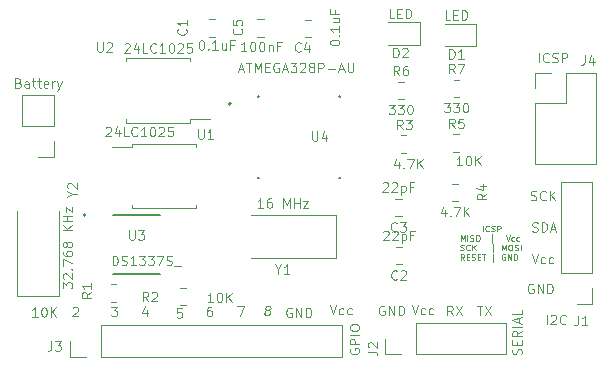
<source format=gbr>
%TF.GenerationSoftware,KiCad,Pcbnew,7.99.0-4047-gfc85112a72*%
%TF.CreationDate,2024-01-03T16:22:38+03:00*%
%TF.ProjectId,Prj 3 MCU DataLogger,50726a20-3320-44d4-9355-20446174614c,Version-1*%
%TF.SameCoordinates,Original*%
%TF.FileFunction,Legend,Top*%
%TF.FilePolarity,Positive*%
%FSLAX46Y46*%
G04 Gerber Fmt 4.6, Leading zero omitted, Abs format (unit mm)*
G04 Created by KiCad (PCBNEW 7.99.0-4047-gfc85112a72) date 2024-01-03 16:22:38*
%MOMM*%
%LPD*%
G01*
G04 APERTURE LIST*
%ADD10C,0.100000*%
%ADD11C,0.120000*%
%ADD12C,0.127000*%
%ADD13C,0.200000*%
G04 APERTURE END LIST*
D10*
X128532388Y-90406493D02*
X128532388Y-89906493D01*
X129056197Y-90358874D02*
X129032388Y-90382684D01*
X129032388Y-90382684D02*
X128960959Y-90406493D01*
X128960959Y-90406493D02*
X128913340Y-90406493D01*
X128913340Y-90406493D02*
X128841912Y-90382684D01*
X128841912Y-90382684D02*
X128794293Y-90335064D01*
X128794293Y-90335064D02*
X128770483Y-90287445D01*
X128770483Y-90287445D02*
X128746674Y-90192207D01*
X128746674Y-90192207D02*
X128746674Y-90120779D01*
X128746674Y-90120779D02*
X128770483Y-90025541D01*
X128770483Y-90025541D02*
X128794293Y-89977922D01*
X128794293Y-89977922D02*
X128841912Y-89930303D01*
X128841912Y-89930303D02*
X128913340Y-89906493D01*
X128913340Y-89906493D02*
X128960959Y-89906493D01*
X128960959Y-89906493D02*
X129032388Y-89930303D01*
X129032388Y-89930303D02*
X129056197Y-89954112D01*
X129246674Y-90382684D02*
X129318102Y-90406493D01*
X129318102Y-90406493D02*
X129437150Y-90406493D01*
X129437150Y-90406493D02*
X129484769Y-90382684D01*
X129484769Y-90382684D02*
X129508578Y-90358874D01*
X129508578Y-90358874D02*
X129532388Y-90311255D01*
X129532388Y-90311255D02*
X129532388Y-90263636D01*
X129532388Y-90263636D02*
X129508578Y-90216017D01*
X129508578Y-90216017D02*
X129484769Y-90192207D01*
X129484769Y-90192207D02*
X129437150Y-90168398D01*
X129437150Y-90168398D02*
X129341912Y-90144588D01*
X129341912Y-90144588D02*
X129294293Y-90120779D01*
X129294293Y-90120779D02*
X129270483Y-90096969D01*
X129270483Y-90096969D02*
X129246674Y-90049350D01*
X129246674Y-90049350D02*
X129246674Y-90001731D01*
X129246674Y-90001731D02*
X129270483Y-89954112D01*
X129270483Y-89954112D02*
X129294293Y-89930303D01*
X129294293Y-89930303D02*
X129341912Y-89906493D01*
X129341912Y-89906493D02*
X129460959Y-89906493D01*
X129460959Y-89906493D02*
X129532388Y-89930303D01*
X129746673Y-90406493D02*
X129746673Y-89906493D01*
X129746673Y-89906493D02*
X129937149Y-89906493D01*
X129937149Y-89906493D02*
X129984768Y-89930303D01*
X129984768Y-89930303D02*
X130008578Y-89954112D01*
X130008578Y-89954112D02*
X130032387Y-90001731D01*
X130032387Y-90001731D02*
X130032387Y-90073160D01*
X130032387Y-90073160D02*
X130008578Y-90120779D01*
X130008578Y-90120779D02*
X129984768Y-90144588D01*
X129984768Y-90144588D02*
X129937149Y-90168398D01*
X129937149Y-90168398D02*
X129746673Y-90168398D01*
X126651436Y-91211465D02*
X126651436Y-90711465D01*
X126651436Y-90711465D02*
X126818103Y-91068608D01*
X126818103Y-91068608D02*
X126984769Y-90711465D01*
X126984769Y-90711465D02*
X126984769Y-91211465D01*
X127222865Y-91211465D02*
X127222865Y-90711465D01*
X127437151Y-91187656D02*
X127508579Y-91211465D01*
X127508579Y-91211465D02*
X127627627Y-91211465D01*
X127627627Y-91211465D02*
X127675246Y-91187656D01*
X127675246Y-91187656D02*
X127699055Y-91163846D01*
X127699055Y-91163846D02*
X127722865Y-91116227D01*
X127722865Y-91116227D02*
X127722865Y-91068608D01*
X127722865Y-91068608D02*
X127699055Y-91020989D01*
X127699055Y-91020989D02*
X127675246Y-90997179D01*
X127675246Y-90997179D02*
X127627627Y-90973370D01*
X127627627Y-90973370D02*
X127532389Y-90949560D01*
X127532389Y-90949560D02*
X127484770Y-90925751D01*
X127484770Y-90925751D02*
X127460960Y-90901941D01*
X127460960Y-90901941D02*
X127437151Y-90854322D01*
X127437151Y-90854322D02*
X127437151Y-90806703D01*
X127437151Y-90806703D02*
X127460960Y-90759084D01*
X127460960Y-90759084D02*
X127484770Y-90735275D01*
X127484770Y-90735275D02*
X127532389Y-90711465D01*
X127532389Y-90711465D02*
X127651436Y-90711465D01*
X127651436Y-90711465D02*
X127722865Y-90735275D01*
X128032388Y-90711465D02*
X128127626Y-90711465D01*
X128127626Y-90711465D02*
X128175245Y-90735275D01*
X128175245Y-90735275D02*
X128222864Y-90782894D01*
X128222864Y-90782894D02*
X128246674Y-90878132D01*
X128246674Y-90878132D02*
X128246674Y-91044798D01*
X128246674Y-91044798D02*
X128222864Y-91140036D01*
X128222864Y-91140036D02*
X128175245Y-91187656D01*
X128175245Y-91187656D02*
X128127626Y-91211465D01*
X128127626Y-91211465D02*
X128032388Y-91211465D01*
X128032388Y-91211465D02*
X127984769Y-91187656D01*
X127984769Y-91187656D02*
X127937150Y-91140036D01*
X127937150Y-91140036D02*
X127913341Y-91044798D01*
X127913341Y-91044798D02*
X127913341Y-90878132D01*
X127913341Y-90878132D02*
X127937150Y-90782894D01*
X127937150Y-90782894D02*
X127984769Y-90735275D01*
X127984769Y-90735275D02*
X128032388Y-90711465D01*
X129341912Y-91378132D02*
X129341912Y-90663846D01*
X130460960Y-90711465D02*
X130627626Y-91211465D01*
X130627626Y-91211465D02*
X130794293Y-90711465D01*
X131175245Y-91187656D02*
X131127626Y-91211465D01*
X131127626Y-91211465D02*
X131032388Y-91211465D01*
X131032388Y-91211465D02*
X130984769Y-91187656D01*
X130984769Y-91187656D02*
X130960959Y-91163846D01*
X130960959Y-91163846D02*
X130937150Y-91116227D01*
X130937150Y-91116227D02*
X130937150Y-90973370D01*
X130937150Y-90973370D02*
X130960959Y-90925751D01*
X130960959Y-90925751D02*
X130984769Y-90901941D01*
X130984769Y-90901941D02*
X131032388Y-90878132D01*
X131032388Y-90878132D02*
X131127626Y-90878132D01*
X131127626Y-90878132D02*
X131175245Y-90901941D01*
X131603816Y-91187656D02*
X131556197Y-91211465D01*
X131556197Y-91211465D02*
X131460959Y-91211465D01*
X131460959Y-91211465D02*
X131413340Y-91187656D01*
X131413340Y-91187656D02*
X131389530Y-91163846D01*
X131389530Y-91163846D02*
X131365721Y-91116227D01*
X131365721Y-91116227D02*
X131365721Y-90973370D01*
X131365721Y-90973370D02*
X131389530Y-90925751D01*
X131389530Y-90925751D02*
X131413340Y-90901941D01*
X131413340Y-90901941D02*
X131460959Y-90878132D01*
X131460959Y-90878132D02*
X131556197Y-90878132D01*
X131556197Y-90878132D02*
X131603816Y-90901941D01*
X126627627Y-91992628D02*
X126699055Y-92016437D01*
X126699055Y-92016437D02*
X126818103Y-92016437D01*
X126818103Y-92016437D02*
X126865722Y-91992628D01*
X126865722Y-91992628D02*
X126889531Y-91968818D01*
X126889531Y-91968818D02*
X126913341Y-91921199D01*
X126913341Y-91921199D02*
X126913341Y-91873580D01*
X126913341Y-91873580D02*
X126889531Y-91825961D01*
X126889531Y-91825961D02*
X126865722Y-91802151D01*
X126865722Y-91802151D02*
X126818103Y-91778342D01*
X126818103Y-91778342D02*
X126722865Y-91754532D01*
X126722865Y-91754532D02*
X126675246Y-91730723D01*
X126675246Y-91730723D02*
X126651436Y-91706913D01*
X126651436Y-91706913D02*
X126627627Y-91659294D01*
X126627627Y-91659294D02*
X126627627Y-91611675D01*
X126627627Y-91611675D02*
X126651436Y-91564056D01*
X126651436Y-91564056D02*
X126675246Y-91540247D01*
X126675246Y-91540247D02*
X126722865Y-91516437D01*
X126722865Y-91516437D02*
X126841912Y-91516437D01*
X126841912Y-91516437D02*
X126913341Y-91540247D01*
X127413340Y-91968818D02*
X127389531Y-91992628D01*
X127389531Y-91992628D02*
X127318102Y-92016437D01*
X127318102Y-92016437D02*
X127270483Y-92016437D01*
X127270483Y-92016437D02*
X127199055Y-91992628D01*
X127199055Y-91992628D02*
X127151436Y-91945008D01*
X127151436Y-91945008D02*
X127127626Y-91897389D01*
X127127626Y-91897389D02*
X127103817Y-91802151D01*
X127103817Y-91802151D02*
X127103817Y-91730723D01*
X127103817Y-91730723D02*
X127127626Y-91635485D01*
X127127626Y-91635485D02*
X127151436Y-91587866D01*
X127151436Y-91587866D02*
X127199055Y-91540247D01*
X127199055Y-91540247D02*
X127270483Y-91516437D01*
X127270483Y-91516437D02*
X127318102Y-91516437D01*
X127318102Y-91516437D02*
X127389531Y-91540247D01*
X127389531Y-91540247D02*
X127413340Y-91564056D01*
X127627626Y-92016437D02*
X127627626Y-91516437D01*
X127913340Y-92016437D02*
X127699055Y-91730723D01*
X127913340Y-91516437D02*
X127627626Y-91802151D01*
X129413340Y-92183104D02*
X129413340Y-91468818D01*
X130151434Y-92016437D02*
X130151434Y-91516437D01*
X130151434Y-91516437D02*
X130318101Y-91873580D01*
X130318101Y-91873580D02*
X130484767Y-91516437D01*
X130484767Y-91516437D02*
X130484767Y-92016437D01*
X130818101Y-91516437D02*
X130913339Y-91516437D01*
X130913339Y-91516437D02*
X130960958Y-91540247D01*
X130960958Y-91540247D02*
X131008577Y-91587866D01*
X131008577Y-91587866D02*
X131032387Y-91683104D01*
X131032387Y-91683104D02*
X131032387Y-91849770D01*
X131032387Y-91849770D02*
X131008577Y-91945008D01*
X131008577Y-91945008D02*
X130960958Y-91992628D01*
X130960958Y-91992628D02*
X130913339Y-92016437D01*
X130913339Y-92016437D02*
X130818101Y-92016437D01*
X130818101Y-92016437D02*
X130770482Y-91992628D01*
X130770482Y-91992628D02*
X130722863Y-91945008D01*
X130722863Y-91945008D02*
X130699054Y-91849770D01*
X130699054Y-91849770D02*
X130699054Y-91683104D01*
X130699054Y-91683104D02*
X130722863Y-91587866D01*
X130722863Y-91587866D02*
X130770482Y-91540247D01*
X130770482Y-91540247D02*
X130818101Y-91516437D01*
X131222864Y-91992628D02*
X131294292Y-92016437D01*
X131294292Y-92016437D02*
X131413340Y-92016437D01*
X131413340Y-92016437D02*
X131460959Y-91992628D01*
X131460959Y-91992628D02*
X131484768Y-91968818D01*
X131484768Y-91968818D02*
X131508578Y-91921199D01*
X131508578Y-91921199D02*
X131508578Y-91873580D01*
X131508578Y-91873580D02*
X131484768Y-91825961D01*
X131484768Y-91825961D02*
X131460959Y-91802151D01*
X131460959Y-91802151D02*
X131413340Y-91778342D01*
X131413340Y-91778342D02*
X131318102Y-91754532D01*
X131318102Y-91754532D02*
X131270483Y-91730723D01*
X131270483Y-91730723D02*
X131246673Y-91706913D01*
X131246673Y-91706913D02*
X131222864Y-91659294D01*
X131222864Y-91659294D02*
X131222864Y-91611675D01*
X131222864Y-91611675D02*
X131246673Y-91564056D01*
X131246673Y-91564056D02*
X131270483Y-91540247D01*
X131270483Y-91540247D02*
X131318102Y-91516437D01*
X131318102Y-91516437D02*
X131437149Y-91516437D01*
X131437149Y-91516437D02*
X131508578Y-91540247D01*
X131722863Y-92016437D02*
X131722863Y-91516437D01*
X126937150Y-92821409D02*
X126770484Y-92583314D01*
X126651436Y-92821409D02*
X126651436Y-92321409D01*
X126651436Y-92321409D02*
X126841912Y-92321409D01*
X126841912Y-92321409D02*
X126889531Y-92345219D01*
X126889531Y-92345219D02*
X126913341Y-92369028D01*
X126913341Y-92369028D02*
X126937150Y-92416647D01*
X126937150Y-92416647D02*
X126937150Y-92488076D01*
X126937150Y-92488076D02*
X126913341Y-92535695D01*
X126913341Y-92535695D02*
X126889531Y-92559504D01*
X126889531Y-92559504D02*
X126841912Y-92583314D01*
X126841912Y-92583314D02*
X126651436Y-92583314D01*
X127151436Y-92559504D02*
X127318103Y-92559504D01*
X127389531Y-92821409D02*
X127151436Y-92821409D01*
X127151436Y-92821409D02*
X127151436Y-92321409D01*
X127151436Y-92321409D02*
X127389531Y-92321409D01*
X127580008Y-92797600D02*
X127651436Y-92821409D01*
X127651436Y-92821409D02*
X127770484Y-92821409D01*
X127770484Y-92821409D02*
X127818103Y-92797600D01*
X127818103Y-92797600D02*
X127841912Y-92773790D01*
X127841912Y-92773790D02*
X127865722Y-92726171D01*
X127865722Y-92726171D02*
X127865722Y-92678552D01*
X127865722Y-92678552D02*
X127841912Y-92630933D01*
X127841912Y-92630933D02*
X127818103Y-92607123D01*
X127818103Y-92607123D02*
X127770484Y-92583314D01*
X127770484Y-92583314D02*
X127675246Y-92559504D01*
X127675246Y-92559504D02*
X127627627Y-92535695D01*
X127627627Y-92535695D02*
X127603817Y-92511885D01*
X127603817Y-92511885D02*
X127580008Y-92464266D01*
X127580008Y-92464266D02*
X127580008Y-92416647D01*
X127580008Y-92416647D02*
X127603817Y-92369028D01*
X127603817Y-92369028D02*
X127627627Y-92345219D01*
X127627627Y-92345219D02*
X127675246Y-92321409D01*
X127675246Y-92321409D02*
X127794293Y-92321409D01*
X127794293Y-92321409D02*
X127865722Y-92345219D01*
X128080007Y-92559504D02*
X128246674Y-92559504D01*
X128318102Y-92821409D02*
X128080007Y-92821409D01*
X128080007Y-92821409D02*
X128080007Y-92321409D01*
X128080007Y-92321409D02*
X128318102Y-92321409D01*
X128460960Y-92321409D02*
X128746674Y-92321409D01*
X128603817Y-92821409D02*
X128603817Y-92321409D01*
X129413340Y-92988076D02*
X129413340Y-92273790D01*
X130413339Y-92345219D02*
X130365720Y-92321409D01*
X130365720Y-92321409D02*
X130294291Y-92321409D01*
X130294291Y-92321409D02*
X130222863Y-92345219D01*
X130222863Y-92345219D02*
X130175244Y-92392838D01*
X130175244Y-92392838D02*
X130151434Y-92440457D01*
X130151434Y-92440457D02*
X130127625Y-92535695D01*
X130127625Y-92535695D02*
X130127625Y-92607123D01*
X130127625Y-92607123D02*
X130151434Y-92702361D01*
X130151434Y-92702361D02*
X130175244Y-92749980D01*
X130175244Y-92749980D02*
X130222863Y-92797600D01*
X130222863Y-92797600D02*
X130294291Y-92821409D01*
X130294291Y-92821409D02*
X130341910Y-92821409D01*
X130341910Y-92821409D02*
X130413339Y-92797600D01*
X130413339Y-92797600D02*
X130437148Y-92773790D01*
X130437148Y-92773790D02*
X130437148Y-92607123D01*
X130437148Y-92607123D02*
X130341910Y-92607123D01*
X130651434Y-92821409D02*
X130651434Y-92321409D01*
X130651434Y-92321409D02*
X130937148Y-92821409D01*
X130937148Y-92821409D02*
X130937148Y-92321409D01*
X131175244Y-92821409D02*
X131175244Y-92321409D01*
X131175244Y-92321409D02*
X131294292Y-92321409D01*
X131294292Y-92321409D02*
X131365720Y-92345219D01*
X131365720Y-92345219D02*
X131413339Y-92392838D01*
X131413339Y-92392838D02*
X131437149Y-92440457D01*
X131437149Y-92440457D02*
X131460958Y-92535695D01*
X131460958Y-92535695D02*
X131460958Y-92607123D01*
X131460958Y-92607123D02*
X131437149Y-92702361D01*
X131437149Y-92702361D02*
X131413339Y-92749980D01*
X131413339Y-92749980D02*
X131365720Y-92797600D01*
X131365720Y-92797600D02*
X131294292Y-92821409D01*
X131294292Y-92821409D02*
X131175244Y-92821409D01*
X117295790Y-100340487D02*
X117257695Y-100416677D01*
X117257695Y-100416677D02*
X117257695Y-100530963D01*
X117257695Y-100530963D02*
X117295790Y-100645249D01*
X117295790Y-100645249D02*
X117371980Y-100721439D01*
X117371980Y-100721439D02*
X117448171Y-100759534D01*
X117448171Y-100759534D02*
X117600552Y-100797630D01*
X117600552Y-100797630D02*
X117714838Y-100797630D01*
X117714838Y-100797630D02*
X117867219Y-100759534D01*
X117867219Y-100759534D02*
X117943409Y-100721439D01*
X117943409Y-100721439D02*
X118019600Y-100645249D01*
X118019600Y-100645249D02*
X118057695Y-100530963D01*
X118057695Y-100530963D02*
X118057695Y-100454772D01*
X118057695Y-100454772D02*
X118019600Y-100340487D01*
X118019600Y-100340487D02*
X117981504Y-100302391D01*
X117981504Y-100302391D02*
X117714838Y-100302391D01*
X117714838Y-100302391D02*
X117714838Y-100454772D01*
X118057695Y-99959534D02*
X117257695Y-99959534D01*
X117257695Y-99959534D02*
X117257695Y-99654772D01*
X117257695Y-99654772D02*
X117295790Y-99578582D01*
X117295790Y-99578582D02*
X117333885Y-99540487D01*
X117333885Y-99540487D02*
X117410076Y-99502391D01*
X117410076Y-99502391D02*
X117524361Y-99502391D01*
X117524361Y-99502391D02*
X117600552Y-99540487D01*
X117600552Y-99540487D02*
X117638647Y-99578582D01*
X117638647Y-99578582D02*
X117676742Y-99654772D01*
X117676742Y-99654772D02*
X117676742Y-99959534D01*
X118057695Y-99159534D02*
X117257695Y-99159534D01*
X117257695Y-98626201D02*
X117257695Y-98473820D01*
X117257695Y-98473820D02*
X117295790Y-98397630D01*
X117295790Y-98397630D02*
X117371980Y-98321439D01*
X117371980Y-98321439D02*
X117524361Y-98283344D01*
X117524361Y-98283344D02*
X117791028Y-98283344D01*
X117791028Y-98283344D02*
X117943409Y-98321439D01*
X117943409Y-98321439D02*
X118019600Y-98397630D01*
X118019600Y-98397630D02*
X118057695Y-98473820D01*
X118057695Y-98473820D02*
X118057695Y-98626201D01*
X118057695Y-98626201D02*
X118019600Y-98702392D01*
X118019600Y-98702392D02*
X117943409Y-98778582D01*
X117943409Y-98778582D02*
X117791028Y-98816678D01*
X117791028Y-98816678D02*
X117524361Y-98816678D01*
X117524361Y-98816678D02*
X117371980Y-98778582D01*
X117371980Y-98778582D02*
X117295790Y-98702392D01*
X117295790Y-98702392D02*
X117257695Y-98626201D01*
X93817169Y-96861485D02*
X93855265Y-96823390D01*
X93855265Y-96823390D02*
X93931455Y-96785295D01*
X93931455Y-96785295D02*
X94121931Y-96785295D01*
X94121931Y-96785295D02*
X94198122Y-96823390D01*
X94198122Y-96823390D02*
X94236217Y-96861485D01*
X94236217Y-96861485D02*
X94274312Y-96937676D01*
X94274312Y-96937676D02*
X94274312Y-97013866D01*
X94274312Y-97013866D02*
X94236217Y-97128152D01*
X94236217Y-97128152D02*
X93779074Y-97585295D01*
X93779074Y-97585295D02*
X94274312Y-97585295D01*
X115584979Y-96632895D02*
X115851646Y-97432895D01*
X115851646Y-97432895D02*
X116118312Y-96632895D01*
X116727836Y-97394800D02*
X116651645Y-97432895D01*
X116651645Y-97432895D02*
X116499264Y-97432895D01*
X116499264Y-97432895D02*
X116423074Y-97394800D01*
X116423074Y-97394800D02*
X116384979Y-97356704D01*
X116384979Y-97356704D02*
X116346883Y-97280514D01*
X116346883Y-97280514D02*
X116346883Y-97051942D01*
X116346883Y-97051942D02*
X116384979Y-96975752D01*
X116384979Y-96975752D02*
X116423074Y-96937657D01*
X116423074Y-96937657D02*
X116499264Y-96899561D01*
X116499264Y-96899561D02*
X116651645Y-96899561D01*
X116651645Y-96899561D02*
X116727836Y-96937657D01*
X117413550Y-97394800D02*
X117337359Y-97432895D01*
X117337359Y-97432895D02*
X117184978Y-97432895D01*
X117184978Y-97432895D02*
X117108788Y-97394800D01*
X117108788Y-97394800D02*
X117070693Y-97356704D01*
X117070693Y-97356704D02*
X117032597Y-97280514D01*
X117032597Y-97280514D02*
X117032597Y-97051942D01*
X117032597Y-97051942D02*
X117070693Y-96975752D01*
X117070693Y-96975752D02*
X117108788Y-96937657D01*
X117108788Y-96937657D02*
X117184978Y-96899561D01*
X117184978Y-96899561D02*
X117337359Y-96899561D01*
X117337359Y-96899561D02*
X117413550Y-96937657D01*
X112333712Y-96924990D02*
X112257522Y-96886895D01*
X112257522Y-96886895D02*
X112143236Y-96886895D01*
X112143236Y-96886895D02*
X112028950Y-96924990D01*
X112028950Y-96924990D02*
X111952760Y-97001180D01*
X111952760Y-97001180D02*
X111914665Y-97077371D01*
X111914665Y-97077371D02*
X111876569Y-97229752D01*
X111876569Y-97229752D02*
X111876569Y-97344038D01*
X111876569Y-97344038D02*
X111914665Y-97496419D01*
X111914665Y-97496419D02*
X111952760Y-97572609D01*
X111952760Y-97572609D02*
X112028950Y-97648800D01*
X112028950Y-97648800D02*
X112143236Y-97686895D01*
X112143236Y-97686895D02*
X112219427Y-97686895D01*
X112219427Y-97686895D02*
X112333712Y-97648800D01*
X112333712Y-97648800D02*
X112371808Y-97610704D01*
X112371808Y-97610704D02*
X112371808Y-97344038D01*
X112371808Y-97344038D02*
X112219427Y-97344038D01*
X112714665Y-97686895D02*
X112714665Y-96886895D01*
X112714665Y-96886895D02*
X113171808Y-97686895D01*
X113171808Y-97686895D02*
X113171808Y-96886895D01*
X113552760Y-97686895D02*
X113552760Y-96886895D01*
X113552760Y-96886895D02*
X113743236Y-96886895D01*
X113743236Y-96886895D02*
X113857522Y-96924990D01*
X113857522Y-96924990D02*
X113933712Y-97001180D01*
X113933712Y-97001180D02*
X113971807Y-97077371D01*
X113971807Y-97077371D02*
X114009903Y-97229752D01*
X114009903Y-97229752D02*
X114009903Y-97344038D01*
X114009903Y-97344038D02*
X113971807Y-97496419D01*
X113971807Y-97496419D02*
X113933712Y-97572609D01*
X113933712Y-97572609D02*
X113857522Y-97648800D01*
X113857522Y-97648800D02*
X113743236Y-97686895D01*
X113743236Y-97686895D02*
X113552760Y-97686895D01*
X110227131Y-97051952D02*
X110155703Y-97013857D01*
X110155703Y-97013857D02*
X110122369Y-96975761D01*
X110122369Y-96975761D02*
X110093798Y-96899571D01*
X110093798Y-96899571D02*
X110098560Y-96861476D01*
X110098560Y-96861476D02*
X110146179Y-96785285D01*
X110146179Y-96785285D02*
X110189036Y-96747190D01*
X110189036Y-96747190D02*
X110269989Y-96709095D01*
X110269989Y-96709095D02*
X110422369Y-96709095D01*
X110422369Y-96709095D02*
X110493798Y-96747190D01*
X110493798Y-96747190D02*
X110527131Y-96785285D01*
X110527131Y-96785285D02*
X110555703Y-96861476D01*
X110555703Y-96861476D02*
X110550941Y-96899571D01*
X110550941Y-96899571D02*
X110503322Y-96975761D01*
X110503322Y-96975761D02*
X110460465Y-97013857D01*
X110460465Y-97013857D02*
X110379512Y-97051952D01*
X110379512Y-97051952D02*
X110227131Y-97051952D01*
X110227131Y-97051952D02*
X110146179Y-97090047D01*
X110146179Y-97090047D02*
X110103322Y-97128142D01*
X110103322Y-97128142D02*
X110055703Y-97204333D01*
X110055703Y-97204333D02*
X110036655Y-97356714D01*
X110036655Y-97356714D02*
X110065227Y-97432904D01*
X110065227Y-97432904D02*
X110098560Y-97471000D01*
X110098560Y-97471000D02*
X110169989Y-97509095D01*
X110169989Y-97509095D02*
X110322369Y-97509095D01*
X110322369Y-97509095D02*
X110403322Y-97471000D01*
X110403322Y-97471000D02*
X110446179Y-97432904D01*
X110446179Y-97432904D02*
X110493798Y-97356714D01*
X110493798Y-97356714D02*
X110512846Y-97204333D01*
X110512846Y-97204333D02*
X110484274Y-97128142D01*
X110484274Y-97128142D02*
X110450941Y-97090047D01*
X110450941Y-97090047D02*
X110379512Y-97051952D01*
X107749074Y-96734495D02*
X108282408Y-96734495D01*
X108282408Y-96734495D02*
X107939550Y-97534495D01*
X105526522Y-96785295D02*
X105374141Y-96785295D01*
X105374141Y-96785295D02*
X105297950Y-96823390D01*
X105297950Y-96823390D02*
X105259855Y-96861485D01*
X105259855Y-96861485D02*
X105183665Y-96975771D01*
X105183665Y-96975771D02*
X105145569Y-97128152D01*
X105145569Y-97128152D02*
X105145569Y-97432914D01*
X105145569Y-97432914D02*
X105183665Y-97509104D01*
X105183665Y-97509104D02*
X105221760Y-97547200D01*
X105221760Y-97547200D02*
X105297950Y-97585295D01*
X105297950Y-97585295D02*
X105450331Y-97585295D01*
X105450331Y-97585295D02*
X105526522Y-97547200D01*
X105526522Y-97547200D02*
X105564617Y-97509104D01*
X105564617Y-97509104D02*
X105602712Y-97432914D01*
X105602712Y-97432914D02*
X105602712Y-97242438D01*
X105602712Y-97242438D02*
X105564617Y-97166247D01*
X105564617Y-97166247D02*
X105526522Y-97128152D01*
X105526522Y-97128152D02*
X105450331Y-97090057D01*
X105450331Y-97090057D02*
X105297950Y-97090057D01*
X105297950Y-97090057D02*
X105221760Y-97128152D01*
X105221760Y-97128152D02*
X105183665Y-97166247D01*
X105183665Y-97166247D02*
X105145569Y-97242438D01*
X103024617Y-96912295D02*
X102643665Y-96912295D01*
X102643665Y-96912295D02*
X102605569Y-97293247D01*
X102605569Y-97293247D02*
X102643665Y-97255152D01*
X102643665Y-97255152D02*
X102719855Y-97217057D01*
X102719855Y-97217057D02*
X102910331Y-97217057D01*
X102910331Y-97217057D02*
X102986522Y-97255152D01*
X102986522Y-97255152D02*
X103024617Y-97293247D01*
X103024617Y-97293247D02*
X103062712Y-97369438D01*
X103062712Y-97369438D02*
X103062712Y-97559914D01*
X103062712Y-97559914D02*
X103024617Y-97636104D01*
X103024617Y-97636104D02*
X102986522Y-97674200D01*
X102986522Y-97674200D02*
X102910331Y-97712295D01*
X102910331Y-97712295D02*
X102719855Y-97712295D01*
X102719855Y-97712295D02*
X102643665Y-97674200D01*
X102643665Y-97674200D02*
X102605569Y-97636104D01*
X100090922Y-97051961D02*
X100090922Y-97585295D01*
X99900446Y-96747200D02*
X99709969Y-97318628D01*
X99709969Y-97318628D02*
X100205208Y-97318628D01*
X97081074Y-96785295D02*
X97576312Y-96785295D01*
X97576312Y-96785295D02*
X97309646Y-97090057D01*
X97309646Y-97090057D02*
X97423931Y-97090057D01*
X97423931Y-97090057D02*
X97500122Y-97128152D01*
X97500122Y-97128152D02*
X97538217Y-97166247D01*
X97538217Y-97166247D02*
X97576312Y-97242438D01*
X97576312Y-97242438D02*
X97576312Y-97432914D01*
X97576312Y-97432914D02*
X97538217Y-97509104D01*
X97538217Y-97509104D02*
X97500122Y-97547200D01*
X97500122Y-97547200D02*
X97423931Y-97585295D01*
X97423931Y-97585295D02*
X97195360Y-97585295D01*
X97195360Y-97585295D02*
X97119169Y-97547200D01*
X97119169Y-97547200D02*
X97081074Y-97509104D01*
X133276065Y-76096895D02*
X133276065Y-75296895D01*
X134114160Y-76020704D02*
X134076064Y-76058800D01*
X134076064Y-76058800D02*
X133961779Y-76096895D01*
X133961779Y-76096895D02*
X133885588Y-76096895D01*
X133885588Y-76096895D02*
X133771302Y-76058800D01*
X133771302Y-76058800D02*
X133695112Y-75982609D01*
X133695112Y-75982609D02*
X133657017Y-75906419D01*
X133657017Y-75906419D02*
X133618921Y-75754038D01*
X133618921Y-75754038D02*
X133618921Y-75639752D01*
X133618921Y-75639752D02*
X133657017Y-75487371D01*
X133657017Y-75487371D02*
X133695112Y-75411180D01*
X133695112Y-75411180D02*
X133771302Y-75334990D01*
X133771302Y-75334990D02*
X133885588Y-75296895D01*
X133885588Y-75296895D02*
X133961779Y-75296895D01*
X133961779Y-75296895D02*
X134076064Y-75334990D01*
X134076064Y-75334990D02*
X134114160Y-75373085D01*
X134418921Y-76058800D02*
X134533207Y-76096895D01*
X134533207Y-76096895D02*
X134723683Y-76096895D01*
X134723683Y-76096895D02*
X134799874Y-76058800D01*
X134799874Y-76058800D02*
X134837969Y-76020704D01*
X134837969Y-76020704D02*
X134876064Y-75944514D01*
X134876064Y-75944514D02*
X134876064Y-75868323D01*
X134876064Y-75868323D02*
X134837969Y-75792133D01*
X134837969Y-75792133D02*
X134799874Y-75754038D01*
X134799874Y-75754038D02*
X134723683Y-75715942D01*
X134723683Y-75715942D02*
X134571302Y-75677847D01*
X134571302Y-75677847D02*
X134495112Y-75639752D01*
X134495112Y-75639752D02*
X134457017Y-75601657D01*
X134457017Y-75601657D02*
X134418921Y-75525466D01*
X134418921Y-75525466D02*
X134418921Y-75449276D01*
X134418921Y-75449276D02*
X134457017Y-75373085D01*
X134457017Y-75373085D02*
X134495112Y-75334990D01*
X134495112Y-75334990D02*
X134571302Y-75296895D01*
X134571302Y-75296895D02*
X134761779Y-75296895D01*
X134761779Y-75296895D02*
X134876064Y-75334990D01*
X135218922Y-76096895D02*
X135218922Y-75296895D01*
X135218922Y-75296895D02*
X135523684Y-75296895D01*
X135523684Y-75296895D02*
X135599874Y-75334990D01*
X135599874Y-75334990D02*
X135637969Y-75373085D01*
X135637969Y-75373085D02*
X135676065Y-75449276D01*
X135676065Y-75449276D02*
X135676065Y-75563561D01*
X135676065Y-75563561D02*
X135637969Y-75639752D01*
X135637969Y-75639752D02*
X135599874Y-75677847D01*
X135599874Y-75677847D02*
X135523684Y-75715942D01*
X135523684Y-75715942D02*
X135218922Y-75715942D01*
X131786400Y-100797630D02*
X131824495Y-100683344D01*
X131824495Y-100683344D02*
X131824495Y-100492868D01*
X131824495Y-100492868D02*
X131786400Y-100416677D01*
X131786400Y-100416677D02*
X131748304Y-100378582D01*
X131748304Y-100378582D02*
X131672114Y-100340487D01*
X131672114Y-100340487D02*
X131595923Y-100340487D01*
X131595923Y-100340487D02*
X131519733Y-100378582D01*
X131519733Y-100378582D02*
X131481638Y-100416677D01*
X131481638Y-100416677D02*
X131443542Y-100492868D01*
X131443542Y-100492868D02*
X131405447Y-100645249D01*
X131405447Y-100645249D02*
X131367352Y-100721439D01*
X131367352Y-100721439D02*
X131329257Y-100759534D01*
X131329257Y-100759534D02*
X131253066Y-100797630D01*
X131253066Y-100797630D02*
X131176876Y-100797630D01*
X131176876Y-100797630D02*
X131100685Y-100759534D01*
X131100685Y-100759534D02*
X131062590Y-100721439D01*
X131062590Y-100721439D02*
X131024495Y-100645249D01*
X131024495Y-100645249D02*
X131024495Y-100454772D01*
X131024495Y-100454772D02*
X131062590Y-100340487D01*
X131405447Y-99997629D02*
X131405447Y-99730963D01*
X131824495Y-99616677D02*
X131824495Y-99997629D01*
X131824495Y-99997629D02*
X131024495Y-99997629D01*
X131024495Y-99997629D02*
X131024495Y-99616677D01*
X131824495Y-98816676D02*
X131443542Y-99083343D01*
X131824495Y-99273819D02*
X131024495Y-99273819D01*
X131024495Y-99273819D02*
X131024495Y-98969057D01*
X131024495Y-98969057D02*
X131062590Y-98892867D01*
X131062590Y-98892867D02*
X131100685Y-98854772D01*
X131100685Y-98854772D02*
X131176876Y-98816676D01*
X131176876Y-98816676D02*
X131291161Y-98816676D01*
X131291161Y-98816676D02*
X131367352Y-98854772D01*
X131367352Y-98854772D02*
X131405447Y-98892867D01*
X131405447Y-98892867D02*
X131443542Y-98969057D01*
X131443542Y-98969057D02*
X131443542Y-99273819D01*
X131824495Y-98473819D02*
X131024495Y-98473819D01*
X131595923Y-98130963D02*
X131595923Y-97750010D01*
X131824495Y-98207153D02*
X131024495Y-97940486D01*
X131024495Y-97940486D02*
X131824495Y-97673820D01*
X131824495Y-97026201D02*
X131824495Y-97407153D01*
X131824495Y-97407153D02*
X131024495Y-97407153D01*
X133936465Y-98271095D02*
X133936465Y-97471095D01*
X134279321Y-97547285D02*
X134317417Y-97509190D01*
X134317417Y-97509190D02*
X134393607Y-97471095D01*
X134393607Y-97471095D02*
X134584083Y-97471095D01*
X134584083Y-97471095D02*
X134660274Y-97509190D01*
X134660274Y-97509190D02*
X134698369Y-97547285D01*
X134698369Y-97547285D02*
X134736464Y-97623476D01*
X134736464Y-97623476D02*
X134736464Y-97699666D01*
X134736464Y-97699666D02*
X134698369Y-97813952D01*
X134698369Y-97813952D02*
X134241226Y-98271095D01*
X134241226Y-98271095D02*
X134736464Y-98271095D01*
X135536465Y-98194904D02*
X135498369Y-98233000D01*
X135498369Y-98233000D02*
X135384084Y-98271095D01*
X135384084Y-98271095D02*
X135307893Y-98271095D01*
X135307893Y-98271095D02*
X135193607Y-98233000D01*
X135193607Y-98233000D02*
X135117417Y-98156809D01*
X135117417Y-98156809D02*
X135079322Y-98080619D01*
X135079322Y-98080619D02*
X135041226Y-97928238D01*
X135041226Y-97928238D02*
X135041226Y-97813952D01*
X135041226Y-97813952D02*
X135079322Y-97661571D01*
X135079322Y-97661571D02*
X135117417Y-97585380D01*
X135117417Y-97585380D02*
X135193607Y-97509190D01*
X135193607Y-97509190D02*
X135307893Y-97471095D01*
X135307893Y-97471095D02*
X135384084Y-97471095D01*
X135384084Y-97471095D02*
X135498369Y-97509190D01*
X135498369Y-97509190D02*
X135536465Y-97547285D01*
X128030979Y-96683695D02*
X128488122Y-96683695D01*
X128259550Y-97483695D02*
X128259550Y-96683695D01*
X128678598Y-96683695D02*
X129211932Y-97483695D01*
X129211932Y-96683695D02*
X128678598Y-97483695D01*
X125986208Y-97509095D02*
X125719541Y-97128142D01*
X125529065Y-97509095D02*
X125529065Y-96709095D01*
X125529065Y-96709095D02*
X125833827Y-96709095D01*
X125833827Y-96709095D02*
X125910017Y-96747190D01*
X125910017Y-96747190D02*
X125948112Y-96785285D01*
X125948112Y-96785285D02*
X125986208Y-96861476D01*
X125986208Y-96861476D02*
X125986208Y-96975761D01*
X125986208Y-96975761D02*
X125948112Y-97051952D01*
X125948112Y-97051952D02*
X125910017Y-97090047D01*
X125910017Y-97090047D02*
X125833827Y-97128142D01*
X125833827Y-97128142D02*
X125529065Y-97128142D01*
X126252874Y-96709095D02*
X126786208Y-97509095D01*
X126786208Y-96709095D02*
X126252874Y-97509095D01*
X122493779Y-96632895D02*
X122760446Y-97432895D01*
X122760446Y-97432895D02*
X123027112Y-96632895D01*
X123636636Y-97394800D02*
X123560445Y-97432895D01*
X123560445Y-97432895D02*
X123408064Y-97432895D01*
X123408064Y-97432895D02*
X123331874Y-97394800D01*
X123331874Y-97394800D02*
X123293779Y-97356704D01*
X123293779Y-97356704D02*
X123255683Y-97280514D01*
X123255683Y-97280514D02*
X123255683Y-97051942D01*
X123255683Y-97051942D02*
X123293779Y-96975752D01*
X123293779Y-96975752D02*
X123331874Y-96937657D01*
X123331874Y-96937657D02*
X123408064Y-96899561D01*
X123408064Y-96899561D02*
X123560445Y-96899561D01*
X123560445Y-96899561D02*
X123636636Y-96937657D01*
X124322350Y-97394800D02*
X124246159Y-97432895D01*
X124246159Y-97432895D02*
X124093778Y-97432895D01*
X124093778Y-97432895D02*
X124017588Y-97394800D01*
X124017588Y-97394800D02*
X123979493Y-97356704D01*
X123979493Y-97356704D02*
X123941397Y-97280514D01*
X123941397Y-97280514D02*
X123941397Y-97051942D01*
X123941397Y-97051942D02*
X123979493Y-96975752D01*
X123979493Y-96975752D02*
X124017588Y-96937657D01*
X124017588Y-96937657D02*
X124093778Y-96899561D01*
X124093778Y-96899561D02*
X124246159Y-96899561D01*
X124246159Y-96899561D02*
X124322350Y-96937657D01*
X120182312Y-96721790D02*
X120106122Y-96683695D01*
X120106122Y-96683695D02*
X119991836Y-96683695D01*
X119991836Y-96683695D02*
X119877550Y-96721790D01*
X119877550Y-96721790D02*
X119801360Y-96797980D01*
X119801360Y-96797980D02*
X119763265Y-96874171D01*
X119763265Y-96874171D02*
X119725169Y-97026552D01*
X119725169Y-97026552D02*
X119725169Y-97140838D01*
X119725169Y-97140838D02*
X119763265Y-97293219D01*
X119763265Y-97293219D02*
X119801360Y-97369409D01*
X119801360Y-97369409D02*
X119877550Y-97445600D01*
X119877550Y-97445600D02*
X119991836Y-97483695D01*
X119991836Y-97483695D02*
X120068027Y-97483695D01*
X120068027Y-97483695D02*
X120182312Y-97445600D01*
X120182312Y-97445600D02*
X120220408Y-97407504D01*
X120220408Y-97407504D02*
X120220408Y-97140838D01*
X120220408Y-97140838D02*
X120068027Y-97140838D01*
X120563265Y-97483695D02*
X120563265Y-96683695D01*
X120563265Y-96683695D02*
X121020408Y-97483695D01*
X121020408Y-97483695D02*
X121020408Y-96683695D01*
X121401360Y-97483695D02*
X121401360Y-96683695D01*
X121401360Y-96683695D02*
X121591836Y-96683695D01*
X121591836Y-96683695D02*
X121706122Y-96721790D01*
X121706122Y-96721790D02*
X121782312Y-96797980D01*
X121782312Y-96797980D02*
X121820407Y-96874171D01*
X121820407Y-96874171D02*
X121858503Y-97026552D01*
X121858503Y-97026552D02*
X121858503Y-97140838D01*
X121858503Y-97140838D02*
X121820407Y-97293219D01*
X121820407Y-97293219D02*
X121782312Y-97369409D01*
X121782312Y-97369409D02*
X121706122Y-97445600D01*
X121706122Y-97445600D02*
X121591836Y-97483695D01*
X121591836Y-97483695D02*
X121401360Y-97483695D01*
X132602969Y-87742800D02*
X132717255Y-87780895D01*
X132717255Y-87780895D02*
X132907731Y-87780895D01*
X132907731Y-87780895D02*
X132983922Y-87742800D01*
X132983922Y-87742800D02*
X133022017Y-87704704D01*
X133022017Y-87704704D02*
X133060112Y-87628514D01*
X133060112Y-87628514D02*
X133060112Y-87552323D01*
X133060112Y-87552323D02*
X133022017Y-87476133D01*
X133022017Y-87476133D02*
X132983922Y-87438038D01*
X132983922Y-87438038D02*
X132907731Y-87399942D01*
X132907731Y-87399942D02*
X132755350Y-87361847D01*
X132755350Y-87361847D02*
X132679160Y-87323752D01*
X132679160Y-87323752D02*
X132641065Y-87285657D01*
X132641065Y-87285657D02*
X132602969Y-87209466D01*
X132602969Y-87209466D02*
X132602969Y-87133276D01*
X132602969Y-87133276D02*
X132641065Y-87057085D01*
X132641065Y-87057085D02*
X132679160Y-87018990D01*
X132679160Y-87018990D02*
X132755350Y-86980895D01*
X132755350Y-86980895D02*
X132945827Y-86980895D01*
X132945827Y-86980895D02*
X133060112Y-87018990D01*
X133860113Y-87704704D02*
X133822017Y-87742800D01*
X133822017Y-87742800D02*
X133707732Y-87780895D01*
X133707732Y-87780895D02*
X133631541Y-87780895D01*
X133631541Y-87780895D02*
X133517255Y-87742800D01*
X133517255Y-87742800D02*
X133441065Y-87666609D01*
X133441065Y-87666609D02*
X133402970Y-87590419D01*
X133402970Y-87590419D02*
X133364874Y-87438038D01*
X133364874Y-87438038D02*
X133364874Y-87323752D01*
X133364874Y-87323752D02*
X133402970Y-87171371D01*
X133402970Y-87171371D02*
X133441065Y-87095180D01*
X133441065Y-87095180D02*
X133517255Y-87018990D01*
X133517255Y-87018990D02*
X133631541Y-86980895D01*
X133631541Y-86980895D02*
X133707732Y-86980895D01*
X133707732Y-86980895D02*
X133822017Y-87018990D01*
X133822017Y-87018990D02*
X133860113Y-87057085D01*
X134202970Y-87780895D02*
X134202970Y-86980895D01*
X134660113Y-87780895D02*
X134317255Y-87323752D01*
X134660113Y-86980895D02*
X134202970Y-87438038D01*
X132704569Y-90384400D02*
X132818855Y-90422495D01*
X132818855Y-90422495D02*
X133009331Y-90422495D01*
X133009331Y-90422495D02*
X133085522Y-90384400D01*
X133085522Y-90384400D02*
X133123617Y-90346304D01*
X133123617Y-90346304D02*
X133161712Y-90270114D01*
X133161712Y-90270114D02*
X133161712Y-90193923D01*
X133161712Y-90193923D02*
X133123617Y-90117733D01*
X133123617Y-90117733D02*
X133085522Y-90079638D01*
X133085522Y-90079638D02*
X133009331Y-90041542D01*
X133009331Y-90041542D02*
X132856950Y-90003447D01*
X132856950Y-90003447D02*
X132780760Y-89965352D01*
X132780760Y-89965352D02*
X132742665Y-89927257D01*
X132742665Y-89927257D02*
X132704569Y-89851066D01*
X132704569Y-89851066D02*
X132704569Y-89774876D01*
X132704569Y-89774876D02*
X132742665Y-89698685D01*
X132742665Y-89698685D02*
X132780760Y-89660590D01*
X132780760Y-89660590D02*
X132856950Y-89622495D01*
X132856950Y-89622495D02*
X133047427Y-89622495D01*
X133047427Y-89622495D02*
X133161712Y-89660590D01*
X133504570Y-90422495D02*
X133504570Y-89622495D01*
X133504570Y-89622495D02*
X133695046Y-89622495D01*
X133695046Y-89622495D02*
X133809332Y-89660590D01*
X133809332Y-89660590D02*
X133885522Y-89736780D01*
X133885522Y-89736780D02*
X133923617Y-89812971D01*
X133923617Y-89812971D02*
X133961713Y-89965352D01*
X133961713Y-89965352D02*
X133961713Y-90079638D01*
X133961713Y-90079638D02*
X133923617Y-90232019D01*
X133923617Y-90232019D02*
X133885522Y-90308209D01*
X133885522Y-90308209D02*
X133809332Y-90384400D01*
X133809332Y-90384400D02*
X133695046Y-90422495D01*
X133695046Y-90422495D02*
X133504570Y-90422495D01*
X134266474Y-90193923D02*
X134647427Y-90193923D01*
X134190284Y-90422495D02*
X134456951Y-89622495D01*
X134456951Y-89622495D02*
X134723617Y-90422495D01*
X132653779Y-92314895D02*
X132920446Y-93114895D01*
X132920446Y-93114895D02*
X133187112Y-92314895D01*
X133796636Y-93076800D02*
X133720445Y-93114895D01*
X133720445Y-93114895D02*
X133568064Y-93114895D01*
X133568064Y-93114895D02*
X133491874Y-93076800D01*
X133491874Y-93076800D02*
X133453779Y-93038704D01*
X133453779Y-93038704D02*
X133415683Y-92962514D01*
X133415683Y-92962514D02*
X133415683Y-92733942D01*
X133415683Y-92733942D02*
X133453779Y-92657752D01*
X133453779Y-92657752D02*
X133491874Y-92619657D01*
X133491874Y-92619657D02*
X133568064Y-92581561D01*
X133568064Y-92581561D02*
X133720445Y-92581561D01*
X133720445Y-92581561D02*
X133796636Y-92619657D01*
X134482350Y-93076800D02*
X134406159Y-93114895D01*
X134406159Y-93114895D02*
X134253778Y-93114895D01*
X134253778Y-93114895D02*
X134177588Y-93076800D01*
X134177588Y-93076800D02*
X134139493Y-93038704D01*
X134139493Y-93038704D02*
X134101397Y-92962514D01*
X134101397Y-92962514D02*
X134101397Y-92733942D01*
X134101397Y-92733942D02*
X134139493Y-92657752D01*
X134139493Y-92657752D02*
X134177588Y-92619657D01*
X134177588Y-92619657D02*
X134253778Y-92581561D01*
X134253778Y-92581561D02*
X134406159Y-92581561D01*
X134406159Y-92581561D02*
X134482350Y-92619657D01*
X132780712Y-94867590D02*
X132704522Y-94829495D01*
X132704522Y-94829495D02*
X132590236Y-94829495D01*
X132590236Y-94829495D02*
X132475950Y-94867590D01*
X132475950Y-94867590D02*
X132399760Y-94943780D01*
X132399760Y-94943780D02*
X132361665Y-95019971D01*
X132361665Y-95019971D02*
X132323569Y-95172352D01*
X132323569Y-95172352D02*
X132323569Y-95286638D01*
X132323569Y-95286638D02*
X132361665Y-95439019D01*
X132361665Y-95439019D02*
X132399760Y-95515209D01*
X132399760Y-95515209D02*
X132475950Y-95591400D01*
X132475950Y-95591400D02*
X132590236Y-95629495D01*
X132590236Y-95629495D02*
X132666427Y-95629495D01*
X132666427Y-95629495D02*
X132780712Y-95591400D01*
X132780712Y-95591400D02*
X132818808Y-95553304D01*
X132818808Y-95553304D02*
X132818808Y-95286638D01*
X132818808Y-95286638D02*
X132666427Y-95286638D01*
X133161665Y-95629495D02*
X133161665Y-94829495D01*
X133161665Y-94829495D02*
X133618808Y-95629495D01*
X133618808Y-95629495D02*
X133618808Y-94829495D01*
X133999760Y-95629495D02*
X133999760Y-94829495D01*
X133999760Y-94829495D02*
X134190236Y-94829495D01*
X134190236Y-94829495D02*
X134304522Y-94867590D01*
X134304522Y-94867590D02*
X134380712Y-94943780D01*
X134380712Y-94943780D02*
X134418807Y-95019971D01*
X134418807Y-95019971D02*
X134456903Y-95172352D01*
X134456903Y-95172352D02*
X134456903Y-95286638D01*
X134456903Y-95286638D02*
X134418807Y-95439019D01*
X134418807Y-95439019D02*
X134380712Y-95515209D01*
X134380712Y-95515209D02*
X134304522Y-95591400D01*
X134304522Y-95591400D02*
X134190236Y-95629495D01*
X134190236Y-95629495D02*
X133999760Y-95629495D01*
X137172733Y-75485495D02*
X137172733Y-76056923D01*
X137172733Y-76056923D02*
X137134638Y-76171209D01*
X137134638Y-76171209D02*
X137058447Y-76247400D01*
X137058447Y-76247400D02*
X136944162Y-76285495D01*
X136944162Y-76285495D02*
X136867971Y-76285495D01*
X137896543Y-75752161D02*
X137896543Y-76285495D01*
X137706067Y-75447400D02*
X137515590Y-76018828D01*
X137515590Y-76018828D02*
X138010829Y-76018828D01*
X118792495Y-100571266D02*
X119363923Y-100571266D01*
X119363923Y-100571266D02*
X119478209Y-100609361D01*
X119478209Y-100609361D02*
X119554400Y-100685552D01*
X119554400Y-100685552D02*
X119592495Y-100799837D01*
X119592495Y-100799837D02*
X119592495Y-100876028D01*
X118868685Y-100228409D02*
X118830590Y-100190313D01*
X118830590Y-100190313D02*
X118792495Y-100114123D01*
X118792495Y-100114123D02*
X118792495Y-99923647D01*
X118792495Y-99923647D02*
X118830590Y-99847456D01*
X118830590Y-99847456D02*
X118868685Y-99809361D01*
X118868685Y-99809361D02*
X118944876Y-99771266D01*
X118944876Y-99771266D02*
X119021066Y-99771266D01*
X119021066Y-99771266D02*
X119135352Y-99809361D01*
X119135352Y-99809361D02*
X119592495Y-100266504D01*
X119592495Y-100266504D02*
X119592495Y-99771266D01*
X120946224Y-75674895D02*
X120946224Y-74874895D01*
X120946224Y-74874895D02*
X121136700Y-74874895D01*
X121136700Y-74874895D02*
X121250986Y-74912990D01*
X121250986Y-74912990D02*
X121327176Y-74989180D01*
X121327176Y-74989180D02*
X121365271Y-75065371D01*
X121365271Y-75065371D02*
X121403367Y-75217752D01*
X121403367Y-75217752D02*
X121403367Y-75332038D01*
X121403367Y-75332038D02*
X121365271Y-75484419D01*
X121365271Y-75484419D02*
X121327176Y-75560609D01*
X121327176Y-75560609D02*
X121250986Y-75636800D01*
X121250986Y-75636800D02*
X121136700Y-75674895D01*
X121136700Y-75674895D02*
X120946224Y-75674895D01*
X121708128Y-74951085D02*
X121746224Y-74912990D01*
X121746224Y-74912990D02*
X121822414Y-74874895D01*
X121822414Y-74874895D02*
X122012890Y-74874895D01*
X122012890Y-74874895D02*
X122089081Y-74912990D01*
X122089081Y-74912990D02*
X122127176Y-74951085D01*
X122127176Y-74951085D02*
X122165271Y-75027276D01*
X122165271Y-75027276D02*
X122165271Y-75103466D01*
X122165271Y-75103466D02*
X122127176Y-75217752D01*
X122127176Y-75217752D02*
X121670033Y-75674895D01*
X121670033Y-75674895D02*
X122165271Y-75674895D01*
X121022414Y-72374895D02*
X120641462Y-72374895D01*
X120641462Y-72374895D02*
X120641462Y-71574895D01*
X121289081Y-71955847D02*
X121555747Y-71955847D01*
X121670033Y-72374895D02*
X121289081Y-72374895D01*
X121289081Y-72374895D02*
X121289081Y-71574895D01*
X121289081Y-71574895D02*
X121670033Y-71574895D01*
X122012891Y-72374895D02*
X122012891Y-71574895D01*
X122012891Y-71574895D02*
X122203367Y-71574895D01*
X122203367Y-71574895D02*
X122317653Y-71612990D01*
X122317653Y-71612990D02*
X122393843Y-71689180D01*
X122393843Y-71689180D02*
X122431938Y-71765371D01*
X122431938Y-71765371D02*
X122470034Y-71917752D01*
X122470034Y-71917752D02*
X122470034Y-72032038D01*
X122470034Y-72032038D02*
X122431938Y-72184419D01*
X122431938Y-72184419D02*
X122393843Y-72260609D01*
X122393843Y-72260609D02*
X122317653Y-72336800D01*
X122317653Y-72336800D02*
X122203367Y-72374895D01*
X122203367Y-72374895D02*
X122012891Y-72374895D01*
X121454167Y-77175495D02*
X121187500Y-76794542D01*
X120997024Y-77175495D02*
X120997024Y-76375495D01*
X120997024Y-76375495D02*
X121301786Y-76375495D01*
X121301786Y-76375495D02*
X121377976Y-76413590D01*
X121377976Y-76413590D02*
X121416071Y-76451685D01*
X121416071Y-76451685D02*
X121454167Y-76527876D01*
X121454167Y-76527876D02*
X121454167Y-76642161D01*
X121454167Y-76642161D02*
X121416071Y-76718352D01*
X121416071Y-76718352D02*
X121377976Y-76756447D01*
X121377976Y-76756447D02*
X121301786Y-76794542D01*
X121301786Y-76794542D02*
X120997024Y-76794542D01*
X122139881Y-76375495D02*
X121987500Y-76375495D01*
X121987500Y-76375495D02*
X121911309Y-76413590D01*
X121911309Y-76413590D02*
X121873214Y-76451685D01*
X121873214Y-76451685D02*
X121797024Y-76565971D01*
X121797024Y-76565971D02*
X121758928Y-76718352D01*
X121758928Y-76718352D02*
X121758928Y-77023114D01*
X121758928Y-77023114D02*
X121797024Y-77099304D01*
X121797024Y-77099304D02*
X121835119Y-77137400D01*
X121835119Y-77137400D02*
X121911309Y-77175495D01*
X121911309Y-77175495D02*
X122063690Y-77175495D01*
X122063690Y-77175495D02*
X122139881Y-77137400D01*
X122139881Y-77137400D02*
X122177976Y-77099304D01*
X122177976Y-77099304D02*
X122216071Y-77023114D01*
X122216071Y-77023114D02*
X122216071Y-76832638D01*
X122216071Y-76832638D02*
X122177976Y-76756447D01*
X122177976Y-76756447D02*
X122139881Y-76718352D01*
X122139881Y-76718352D02*
X122063690Y-76680257D01*
X122063690Y-76680257D02*
X121911309Y-76680257D01*
X121911309Y-76680257D02*
X121835119Y-76718352D01*
X121835119Y-76718352D02*
X121797024Y-76756447D01*
X121797024Y-76756447D02*
X121758928Y-76832638D01*
X120558928Y-79675495D02*
X121054166Y-79675495D01*
X121054166Y-79675495D02*
X120787500Y-79980257D01*
X120787500Y-79980257D02*
X120901785Y-79980257D01*
X120901785Y-79980257D02*
X120977976Y-80018352D01*
X120977976Y-80018352D02*
X121016071Y-80056447D01*
X121016071Y-80056447D02*
X121054166Y-80132638D01*
X121054166Y-80132638D02*
X121054166Y-80323114D01*
X121054166Y-80323114D02*
X121016071Y-80399304D01*
X121016071Y-80399304D02*
X120977976Y-80437400D01*
X120977976Y-80437400D02*
X120901785Y-80475495D01*
X120901785Y-80475495D02*
X120673214Y-80475495D01*
X120673214Y-80475495D02*
X120597023Y-80437400D01*
X120597023Y-80437400D02*
X120558928Y-80399304D01*
X121320833Y-79675495D02*
X121816071Y-79675495D01*
X121816071Y-79675495D02*
X121549405Y-79980257D01*
X121549405Y-79980257D02*
X121663690Y-79980257D01*
X121663690Y-79980257D02*
X121739881Y-80018352D01*
X121739881Y-80018352D02*
X121777976Y-80056447D01*
X121777976Y-80056447D02*
X121816071Y-80132638D01*
X121816071Y-80132638D02*
X121816071Y-80323114D01*
X121816071Y-80323114D02*
X121777976Y-80399304D01*
X121777976Y-80399304D02*
X121739881Y-80437400D01*
X121739881Y-80437400D02*
X121663690Y-80475495D01*
X121663690Y-80475495D02*
X121435119Y-80475495D01*
X121435119Y-80475495D02*
X121358928Y-80437400D01*
X121358928Y-80437400D02*
X121320833Y-80399304D01*
X122311310Y-79675495D02*
X122387500Y-79675495D01*
X122387500Y-79675495D02*
X122463691Y-79713590D01*
X122463691Y-79713590D02*
X122501786Y-79751685D01*
X122501786Y-79751685D02*
X122539881Y-79827876D01*
X122539881Y-79827876D02*
X122577976Y-79980257D01*
X122577976Y-79980257D02*
X122577976Y-80170733D01*
X122577976Y-80170733D02*
X122539881Y-80323114D01*
X122539881Y-80323114D02*
X122501786Y-80399304D01*
X122501786Y-80399304D02*
X122463691Y-80437400D01*
X122463691Y-80437400D02*
X122387500Y-80475495D01*
X122387500Y-80475495D02*
X122311310Y-80475495D01*
X122311310Y-80475495D02*
X122235119Y-80437400D01*
X122235119Y-80437400D02*
X122197024Y-80399304D01*
X122197024Y-80399304D02*
X122158929Y-80323114D01*
X122158929Y-80323114D02*
X122120833Y-80170733D01*
X122120833Y-80170733D02*
X122120833Y-79980257D01*
X122120833Y-79980257D02*
X122158929Y-79827876D01*
X122158929Y-79827876D02*
X122197024Y-79751685D01*
X122197024Y-79751685D02*
X122235119Y-79713590D01*
X122235119Y-79713590D02*
X122311310Y-79675495D01*
X121278667Y-94424704D02*
X121240571Y-94462800D01*
X121240571Y-94462800D02*
X121126286Y-94500895D01*
X121126286Y-94500895D02*
X121050095Y-94500895D01*
X121050095Y-94500895D02*
X120935809Y-94462800D01*
X120935809Y-94462800D02*
X120859619Y-94386609D01*
X120859619Y-94386609D02*
X120821524Y-94310419D01*
X120821524Y-94310419D02*
X120783428Y-94158038D01*
X120783428Y-94158038D02*
X120783428Y-94043752D01*
X120783428Y-94043752D02*
X120821524Y-93891371D01*
X120821524Y-93891371D02*
X120859619Y-93815180D01*
X120859619Y-93815180D02*
X120935809Y-93738990D01*
X120935809Y-93738990D02*
X121050095Y-93700895D01*
X121050095Y-93700895D02*
X121126286Y-93700895D01*
X121126286Y-93700895D02*
X121240571Y-93738990D01*
X121240571Y-93738990D02*
X121278667Y-93777085D01*
X121583428Y-93777085D02*
X121621524Y-93738990D01*
X121621524Y-93738990D02*
X121697714Y-93700895D01*
X121697714Y-93700895D02*
X121888190Y-93700895D01*
X121888190Y-93700895D02*
X121964381Y-93738990D01*
X121964381Y-93738990D02*
X122002476Y-93777085D01*
X122002476Y-93777085D02*
X122040571Y-93853276D01*
X122040571Y-93853276D02*
X122040571Y-93929466D01*
X122040571Y-93929466D02*
X122002476Y-94043752D01*
X122002476Y-94043752D02*
X121545333Y-94500895D01*
X121545333Y-94500895D02*
X122040571Y-94500895D01*
X120097713Y-90417085D02*
X120135809Y-90378990D01*
X120135809Y-90378990D02*
X120211999Y-90340895D01*
X120211999Y-90340895D02*
X120402475Y-90340895D01*
X120402475Y-90340895D02*
X120478666Y-90378990D01*
X120478666Y-90378990D02*
X120516761Y-90417085D01*
X120516761Y-90417085D02*
X120554856Y-90493276D01*
X120554856Y-90493276D02*
X120554856Y-90569466D01*
X120554856Y-90569466D02*
X120516761Y-90683752D01*
X120516761Y-90683752D02*
X120059618Y-91140895D01*
X120059618Y-91140895D02*
X120554856Y-91140895D01*
X120859618Y-90417085D02*
X120897714Y-90378990D01*
X120897714Y-90378990D02*
X120973904Y-90340895D01*
X120973904Y-90340895D02*
X121164380Y-90340895D01*
X121164380Y-90340895D02*
X121240571Y-90378990D01*
X121240571Y-90378990D02*
X121278666Y-90417085D01*
X121278666Y-90417085D02*
X121316761Y-90493276D01*
X121316761Y-90493276D02*
X121316761Y-90569466D01*
X121316761Y-90569466D02*
X121278666Y-90683752D01*
X121278666Y-90683752D02*
X120821523Y-91140895D01*
X120821523Y-91140895D02*
X121316761Y-91140895D01*
X121659619Y-90607561D02*
X121659619Y-91407561D01*
X121659619Y-90645657D02*
X121735809Y-90607561D01*
X121735809Y-90607561D02*
X121888190Y-90607561D01*
X121888190Y-90607561D02*
X121964381Y-90645657D01*
X121964381Y-90645657D02*
X122002476Y-90683752D01*
X122002476Y-90683752D02*
X122040571Y-90759942D01*
X122040571Y-90759942D02*
X122040571Y-90988514D01*
X122040571Y-90988514D02*
X122002476Y-91064704D01*
X122002476Y-91064704D02*
X121964381Y-91102800D01*
X121964381Y-91102800D02*
X121888190Y-91140895D01*
X121888190Y-91140895D02*
X121735809Y-91140895D01*
X121735809Y-91140895D02*
X121659619Y-91102800D01*
X122650095Y-90721847D02*
X122383429Y-90721847D01*
X122383429Y-91140895D02*
X122383429Y-90340895D01*
X122383429Y-90340895D02*
X122764381Y-90340895D01*
X103387304Y-73259932D02*
X103425400Y-73298028D01*
X103425400Y-73298028D02*
X103463495Y-73412313D01*
X103463495Y-73412313D02*
X103463495Y-73488504D01*
X103463495Y-73488504D02*
X103425400Y-73602790D01*
X103425400Y-73602790D02*
X103349209Y-73678980D01*
X103349209Y-73678980D02*
X103273019Y-73717075D01*
X103273019Y-73717075D02*
X103120638Y-73755171D01*
X103120638Y-73755171D02*
X103006352Y-73755171D01*
X103006352Y-73755171D02*
X102853971Y-73717075D01*
X102853971Y-73717075D02*
X102777780Y-73678980D01*
X102777780Y-73678980D02*
X102701590Y-73602790D01*
X102701590Y-73602790D02*
X102663495Y-73488504D01*
X102663495Y-73488504D02*
X102663495Y-73412313D01*
X102663495Y-73412313D02*
X102701590Y-73298028D01*
X102701590Y-73298028D02*
X102739685Y-73259932D01*
X103463495Y-72498028D02*
X103463495Y-72955171D01*
X103463495Y-72726599D02*
X102663495Y-72726599D01*
X102663495Y-72726599D02*
X102777780Y-72802790D01*
X102777780Y-72802790D02*
X102853971Y-72878980D01*
X102853971Y-72878980D02*
X102892066Y-72955171D01*
X104679914Y-74215495D02*
X104756104Y-74215495D01*
X104756104Y-74215495D02*
X104832295Y-74253590D01*
X104832295Y-74253590D02*
X104870390Y-74291685D01*
X104870390Y-74291685D02*
X104908485Y-74367876D01*
X104908485Y-74367876D02*
X104946580Y-74520257D01*
X104946580Y-74520257D02*
X104946580Y-74710733D01*
X104946580Y-74710733D02*
X104908485Y-74863114D01*
X104908485Y-74863114D02*
X104870390Y-74939304D01*
X104870390Y-74939304D02*
X104832295Y-74977400D01*
X104832295Y-74977400D02*
X104756104Y-75015495D01*
X104756104Y-75015495D02*
X104679914Y-75015495D01*
X104679914Y-75015495D02*
X104603723Y-74977400D01*
X104603723Y-74977400D02*
X104565628Y-74939304D01*
X104565628Y-74939304D02*
X104527533Y-74863114D01*
X104527533Y-74863114D02*
X104489437Y-74710733D01*
X104489437Y-74710733D02*
X104489437Y-74520257D01*
X104489437Y-74520257D02*
X104527533Y-74367876D01*
X104527533Y-74367876D02*
X104565628Y-74291685D01*
X104565628Y-74291685D02*
X104603723Y-74253590D01*
X104603723Y-74253590D02*
X104679914Y-74215495D01*
X105289438Y-74939304D02*
X105327533Y-74977400D01*
X105327533Y-74977400D02*
X105289438Y-75015495D01*
X105289438Y-75015495D02*
X105251342Y-74977400D01*
X105251342Y-74977400D02*
X105289438Y-74939304D01*
X105289438Y-74939304D02*
X105289438Y-75015495D01*
X106089437Y-75015495D02*
X105632294Y-75015495D01*
X105860866Y-75015495D02*
X105860866Y-74215495D01*
X105860866Y-74215495D02*
X105784675Y-74329780D01*
X105784675Y-74329780D02*
X105708485Y-74405971D01*
X105708485Y-74405971D02*
X105632294Y-74444066D01*
X106775152Y-74482161D02*
X106775152Y-75015495D01*
X106432295Y-74482161D02*
X106432295Y-74901209D01*
X106432295Y-74901209D02*
X106470390Y-74977400D01*
X106470390Y-74977400D02*
X106546580Y-75015495D01*
X106546580Y-75015495D02*
X106660866Y-75015495D01*
X106660866Y-75015495D02*
X106737057Y-74977400D01*
X106737057Y-74977400D02*
X106775152Y-74939304D01*
X107422771Y-74596447D02*
X107156105Y-74596447D01*
X107156105Y-75015495D02*
X107156105Y-74215495D01*
X107156105Y-74215495D02*
X107537057Y-74215495D01*
X126153167Y-77023095D02*
X125886500Y-76642142D01*
X125696024Y-77023095D02*
X125696024Y-76223095D01*
X125696024Y-76223095D02*
X126000786Y-76223095D01*
X126000786Y-76223095D02*
X126076976Y-76261190D01*
X126076976Y-76261190D02*
X126115071Y-76299285D01*
X126115071Y-76299285D02*
X126153167Y-76375476D01*
X126153167Y-76375476D02*
X126153167Y-76489761D01*
X126153167Y-76489761D02*
X126115071Y-76565952D01*
X126115071Y-76565952D02*
X126076976Y-76604047D01*
X126076976Y-76604047D02*
X126000786Y-76642142D01*
X126000786Y-76642142D02*
X125696024Y-76642142D01*
X126419833Y-76223095D02*
X126953167Y-76223095D01*
X126953167Y-76223095D02*
X126610309Y-77023095D01*
X125257928Y-79523095D02*
X125753166Y-79523095D01*
X125753166Y-79523095D02*
X125486500Y-79827857D01*
X125486500Y-79827857D02*
X125600785Y-79827857D01*
X125600785Y-79827857D02*
X125676976Y-79865952D01*
X125676976Y-79865952D02*
X125715071Y-79904047D01*
X125715071Y-79904047D02*
X125753166Y-79980238D01*
X125753166Y-79980238D02*
X125753166Y-80170714D01*
X125753166Y-80170714D02*
X125715071Y-80246904D01*
X125715071Y-80246904D02*
X125676976Y-80285000D01*
X125676976Y-80285000D02*
X125600785Y-80323095D01*
X125600785Y-80323095D02*
X125372214Y-80323095D01*
X125372214Y-80323095D02*
X125296023Y-80285000D01*
X125296023Y-80285000D02*
X125257928Y-80246904D01*
X126019833Y-79523095D02*
X126515071Y-79523095D01*
X126515071Y-79523095D02*
X126248405Y-79827857D01*
X126248405Y-79827857D02*
X126362690Y-79827857D01*
X126362690Y-79827857D02*
X126438881Y-79865952D01*
X126438881Y-79865952D02*
X126476976Y-79904047D01*
X126476976Y-79904047D02*
X126515071Y-79980238D01*
X126515071Y-79980238D02*
X126515071Y-80170714D01*
X126515071Y-80170714D02*
X126476976Y-80246904D01*
X126476976Y-80246904D02*
X126438881Y-80285000D01*
X126438881Y-80285000D02*
X126362690Y-80323095D01*
X126362690Y-80323095D02*
X126134119Y-80323095D01*
X126134119Y-80323095D02*
X126057928Y-80285000D01*
X126057928Y-80285000D02*
X126019833Y-80246904D01*
X127010310Y-79523095D02*
X127086500Y-79523095D01*
X127086500Y-79523095D02*
X127162691Y-79561190D01*
X127162691Y-79561190D02*
X127200786Y-79599285D01*
X127200786Y-79599285D02*
X127238881Y-79675476D01*
X127238881Y-79675476D02*
X127276976Y-79827857D01*
X127276976Y-79827857D02*
X127276976Y-80018333D01*
X127276976Y-80018333D02*
X127238881Y-80170714D01*
X127238881Y-80170714D02*
X127200786Y-80246904D01*
X127200786Y-80246904D02*
X127162691Y-80285000D01*
X127162691Y-80285000D02*
X127086500Y-80323095D01*
X127086500Y-80323095D02*
X127010310Y-80323095D01*
X127010310Y-80323095D02*
X126934119Y-80285000D01*
X126934119Y-80285000D02*
X126896024Y-80246904D01*
X126896024Y-80246904D02*
X126857929Y-80170714D01*
X126857929Y-80170714D02*
X126819833Y-80018333D01*
X126819833Y-80018333D02*
X126819833Y-79827857D01*
X126819833Y-79827857D02*
X126857929Y-79675476D01*
X126857929Y-79675476D02*
X126896024Y-79599285D01*
X126896024Y-79599285D02*
X126934119Y-79561190D01*
X126934119Y-79561190D02*
X127010310Y-79523095D01*
X125696024Y-75776495D02*
X125696024Y-74976495D01*
X125696024Y-74976495D02*
X125886500Y-74976495D01*
X125886500Y-74976495D02*
X126000786Y-75014590D01*
X126000786Y-75014590D02*
X126076976Y-75090780D01*
X126076976Y-75090780D02*
X126115071Y-75166971D01*
X126115071Y-75166971D02*
X126153167Y-75319352D01*
X126153167Y-75319352D02*
X126153167Y-75433638D01*
X126153167Y-75433638D02*
X126115071Y-75586019D01*
X126115071Y-75586019D02*
X126076976Y-75662209D01*
X126076976Y-75662209D02*
X126000786Y-75738400D01*
X126000786Y-75738400D02*
X125886500Y-75776495D01*
X125886500Y-75776495D02*
X125696024Y-75776495D01*
X126915071Y-75776495D02*
X126457928Y-75776495D01*
X126686500Y-75776495D02*
X126686500Y-74976495D01*
X126686500Y-74976495D02*
X126610309Y-75090780D01*
X126610309Y-75090780D02*
X126534119Y-75166971D01*
X126534119Y-75166971D02*
X126457928Y-75205066D01*
X125772214Y-72476495D02*
X125391262Y-72476495D01*
X125391262Y-72476495D02*
X125391262Y-71676495D01*
X126038881Y-72057447D02*
X126305547Y-72057447D01*
X126419833Y-72476495D02*
X126038881Y-72476495D01*
X126038881Y-72476495D02*
X126038881Y-71676495D01*
X126038881Y-71676495D02*
X126419833Y-71676495D01*
X126762691Y-72476495D02*
X126762691Y-71676495D01*
X126762691Y-71676495D02*
X126953167Y-71676495D01*
X126953167Y-71676495D02*
X127067453Y-71714590D01*
X127067453Y-71714590D02*
X127143643Y-71790780D01*
X127143643Y-71790780D02*
X127181738Y-71866971D01*
X127181738Y-71866971D02*
X127219834Y-72019352D01*
X127219834Y-72019352D02*
X127219834Y-72133638D01*
X127219834Y-72133638D02*
X127181738Y-72286019D01*
X127181738Y-72286019D02*
X127143643Y-72362209D01*
X127143643Y-72362209D02*
X127067453Y-72438400D01*
X127067453Y-72438400D02*
X126953167Y-72476495D01*
X126953167Y-72476495D02*
X126762691Y-72476495D01*
X114071476Y-81937095D02*
X114071476Y-82584714D01*
X114071476Y-82584714D02*
X114109571Y-82660904D01*
X114109571Y-82660904D02*
X114147666Y-82699000D01*
X114147666Y-82699000D02*
X114223857Y-82737095D01*
X114223857Y-82737095D02*
X114376238Y-82737095D01*
X114376238Y-82737095D02*
X114452428Y-82699000D01*
X114452428Y-82699000D02*
X114490523Y-82660904D01*
X114490523Y-82660904D02*
X114528619Y-82584714D01*
X114528619Y-82584714D02*
X114528619Y-81937095D01*
X115252428Y-82203761D02*
X115252428Y-82737095D01*
X115061952Y-81899000D02*
X114871475Y-82470428D01*
X114871475Y-82470428D02*
X115366714Y-82470428D01*
X107868056Y-76691923D02*
X108249009Y-76691923D01*
X107791866Y-76920495D02*
X108058533Y-76120495D01*
X108058533Y-76120495D02*
X108325199Y-76920495D01*
X108477580Y-76120495D02*
X108934723Y-76120495D01*
X108706151Y-76920495D02*
X108706151Y-76120495D01*
X109201390Y-76920495D02*
X109201390Y-76120495D01*
X109201390Y-76120495D02*
X109468056Y-76691923D01*
X109468056Y-76691923D02*
X109734723Y-76120495D01*
X109734723Y-76120495D02*
X109734723Y-76920495D01*
X110115676Y-76501447D02*
X110382342Y-76501447D01*
X110496628Y-76920495D02*
X110115676Y-76920495D01*
X110115676Y-76920495D02*
X110115676Y-76120495D01*
X110115676Y-76120495D02*
X110496628Y-76120495D01*
X111258533Y-76158590D02*
X111182343Y-76120495D01*
X111182343Y-76120495D02*
X111068057Y-76120495D01*
X111068057Y-76120495D02*
X110953771Y-76158590D01*
X110953771Y-76158590D02*
X110877581Y-76234780D01*
X110877581Y-76234780D02*
X110839486Y-76310971D01*
X110839486Y-76310971D02*
X110801390Y-76463352D01*
X110801390Y-76463352D02*
X110801390Y-76577638D01*
X110801390Y-76577638D02*
X110839486Y-76730019D01*
X110839486Y-76730019D02*
X110877581Y-76806209D01*
X110877581Y-76806209D02*
X110953771Y-76882400D01*
X110953771Y-76882400D02*
X111068057Y-76920495D01*
X111068057Y-76920495D02*
X111144248Y-76920495D01*
X111144248Y-76920495D02*
X111258533Y-76882400D01*
X111258533Y-76882400D02*
X111296629Y-76844304D01*
X111296629Y-76844304D02*
X111296629Y-76577638D01*
X111296629Y-76577638D02*
X111144248Y-76577638D01*
X111601390Y-76691923D02*
X111982343Y-76691923D01*
X111525200Y-76920495D02*
X111791867Y-76120495D01*
X111791867Y-76120495D02*
X112058533Y-76920495D01*
X112249009Y-76120495D02*
X112744247Y-76120495D01*
X112744247Y-76120495D02*
X112477581Y-76425257D01*
X112477581Y-76425257D02*
X112591866Y-76425257D01*
X112591866Y-76425257D02*
X112668057Y-76463352D01*
X112668057Y-76463352D02*
X112706152Y-76501447D01*
X112706152Y-76501447D02*
X112744247Y-76577638D01*
X112744247Y-76577638D02*
X112744247Y-76768114D01*
X112744247Y-76768114D02*
X112706152Y-76844304D01*
X112706152Y-76844304D02*
X112668057Y-76882400D01*
X112668057Y-76882400D02*
X112591866Y-76920495D01*
X112591866Y-76920495D02*
X112363295Y-76920495D01*
X112363295Y-76920495D02*
X112287104Y-76882400D01*
X112287104Y-76882400D02*
X112249009Y-76844304D01*
X113049009Y-76196685D02*
X113087105Y-76158590D01*
X113087105Y-76158590D02*
X113163295Y-76120495D01*
X113163295Y-76120495D02*
X113353771Y-76120495D01*
X113353771Y-76120495D02*
X113429962Y-76158590D01*
X113429962Y-76158590D02*
X113468057Y-76196685D01*
X113468057Y-76196685D02*
X113506152Y-76272876D01*
X113506152Y-76272876D02*
X113506152Y-76349066D01*
X113506152Y-76349066D02*
X113468057Y-76463352D01*
X113468057Y-76463352D02*
X113010914Y-76920495D01*
X113010914Y-76920495D02*
X113506152Y-76920495D01*
X113963295Y-76463352D02*
X113887105Y-76425257D01*
X113887105Y-76425257D02*
X113849010Y-76387161D01*
X113849010Y-76387161D02*
X113810914Y-76310971D01*
X113810914Y-76310971D02*
X113810914Y-76272876D01*
X113810914Y-76272876D02*
X113849010Y-76196685D01*
X113849010Y-76196685D02*
X113887105Y-76158590D01*
X113887105Y-76158590D02*
X113963295Y-76120495D01*
X113963295Y-76120495D02*
X114115676Y-76120495D01*
X114115676Y-76120495D02*
X114191867Y-76158590D01*
X114191867Y-76158590D02*
X114229962Y-76196685D01*
X114229962Y-76196685D02*
X114268057Y-76272876D01*
X114268057Y-76272876D02*
X114268057Y-76310971D01*
X114268057Y-76310971D02*
X114229962Y-76387161D01*
X114229962Y-76387161D02*
X114191867Y-76425257D01*
X114191867Y-76425257D02*
X114115676Y-76463352D01*
X114115676Y-76463352D02*
X113963295Y-76463352D01*
X113963295Y-76463352D02*
X113887105Y-76501447D01*
X113887105Y-76501447D02*
X113849010Y-76539542D01*
X113849010Y-76539542D02*
X113810914Y-76615733D01*
X113810914Y-76615733D02*
X113810914Y-76768114D01*
X113810914Y-76768114D02*
X113849010Y-76844304D01*
X113849010Y-76844304D02*
X113887105Y-76882400D01*
X113887105Y-76882400D02*
X113963295Y-76920495D01*
X113963295Y-76920495D02*
X114115676Y-76920495D01*
X114115676Y-76920495D02*
X114191867Y-76882400D01*
X114191867Y-76882400D02*
X114229962Y-76844304D01*
X114229962Y-76844304D02*
X114268057Y-76768114D01*
X114268057Y-76768114D02*
X114268057Y-76615733D01*
X114268057Y-76615733D02*
X114229962Y-76539542D01*
X114229962Y-76539542D02*
X114191867Y-76501447D01*
X114191867Y-76501447D02*
X114115676Y-76463352D01*
X114610915Y-76920495D02*
X114610915Y-76120495D01*
X114610915Y-76120495D02*
X114915677Y-76120495D01*
X114915677Y-76120495D02*
X114991867Y-76158590D01*
X114991867Y-76158590D02*
X115029962Y-76196685D01*
X115029962Y-76196685D02*
X115068058Y-76272876D01*
X115068058Y-76272876D02*
X115068058Y-76387161D01*
X115068058Y-76387161D02*
X115029962Y-76463352D01*
X115029962Y-76463352D02*
X114991867Y-76501447D01*
X114991867Y-76501447D02*
X114915677Y-76539542D01*
X114915677Y-76539542D02*
X114610915Y-76539542D01*
X115410915Y-76615733D02*
X116020439Y-76615733D01*
X116363295Y-76691923D02*
X116744248Y-76691923D01*
X116287105Y-76920495D02*
X116553772Y-76120495D01*
X116553772Y-76120495D02*
X116820438Y-76920495D01*
X117087105Y-76120495D02*
X117087105Y-76768114D01*
X117087105Y-76768114D02*
X117125200Y-76844304D01*
X117125200Y-76844304D02*
X117163295Y-76882400D01*
X117163295Y-76882400D02*
X117239486Y-76920495D01*
X117239486Y-76920495D02*
X117391867Y-76920495D01*
X117391867Y-76920495D02*
X117468057Y-76882400D01*
X117468057Y-76882400D02*
X117506152Y-76844304D01*
X117506152Y-76844304D02*
X117544248Y-76768114D01*
X117544248Y-76768114D02*
X117544248Y-76120495D01*
X111201248Y-93614342D02*
X111201248Y-93995295D01*
X110934581Y-93195295D02*
X111201248Y-93614342D01*
X111201248Y-93614342D02*
X111467914Y-93195295D01*
X112153628Y-93995295D02*
X111696485Y-93995295D01*
X111925057Y-93995295D02*
X111925057Y-93195295D01*
X111925057Y-93195295D02*
X111848866Y-93309580D01*
X111848866Y-93309580D02*
X111772676Y-93385771D01*
X111772676Y-93385771D02*
X111696485Y-93423866D01*
X109925056Y-88395295D02*
X109467913Y-88395295D01*
X109696485Y-88395295D02*
X109696485Y-87595295D01*
X109696485Y-87595295D02*
X109620294Y-87709580D01*
X109620294Y-87709580D02*
X109544104Y-87785771D01*
X109544104Y-87785771D02*
X109467913Y-87823866D01*
X110610771Y-87595295D02*
X110458390Y-87595295D01*
X110458390Y-87595295D02*
X110382199Y-87633390D01*
X110382199Y-87633390D02*
X110344104Y-87671485D01*
X110344104Y-87671485D02*
X110267914Y-87785771D01*
X110267914Y-87785771D02*
X110229818Y-87938152D01*
X110229818Y-87938152D02*
X110229818Y-88242914D01*
X110229818Y-88242914D02*
X110267914Y-88319104D01*
X110267914Y-88319104D02*
X110306009Y-88357200D01*
X110306009Y-88357200D02*
X110382199Y-88395295D01*
X110382199Y-88395295D02*
X110534580Y-88395295D01*
X110534580Y-88395295D02*
X110610771Y-88357200D01*
X110610771Y-88357200D02*
X110648866Y-88319104D01*
X110648866Y-88319104D02*
X110686961Y-88242914D01*
X110686961Y-88242914D02*
X110686961Y-88052438D01*
X110686961Y-88052438D02*
X110648866Y-87976247D01*
X110648866Y-87976247D02*
X110610771Y-87938152D01*
X110610771Y-87938152D02*
X110534580Y-87900057D01*
X110534580Y-87900057D02*
X110382199Y-87900057D01*
X110382199Y-87900057D02*
X110306009Y-87938152D01*
X110306009Y-87938152D02*
X110267914Y-87976247D01*
X110267914Y-87976247D02*
X110229818Y-88052438D01*
X111639343Y-88395295D02*
X111639343Y-87595295D01*
X111639343Y-87595295D02*
X111906009Y-88166723D01*
X111906009Y-88166723D02*
X112172676Y-87595295D01*
X112172676Y-87595295D02*
X112172676Y-88395295D01*
X112553629Y-88395295D02*
X112553629Y-87595295D01*
X112553629Y-87976247D02*
X113010772Y-87976247D01*
X113010772Y-88395295D02*
X113010772Y-87595295D01*
X113315533Y-87861961D02*
X113734581Y-87861961D01*
X113734581Y-87861961D02*
X113315533Y-88395295D01*
X113315533Y-88395295D02*
X113734581Y-88395295D01*
X136588533Y-97532695D02*
X136588533Y-98104123D01*
X136588533Y-98104123D02*
X136550438Y-98218409D01*
X136550438Y-98218409D02*
X136474247Y-98294600D01*
X136474247Y-98294600D02*
X136359962Y-98332695D01*
X136359962Y-98332695D02*
X136283771Y-98332695D01*
X137388533Y-98332695D02*
X136931390Y-98332695D01*
X137159962Y-98332695D02*
X137159962Y-97532695D01*
X137159962Y-97532695D02*
X137083771Y-97646980D01*
X137083771Y-97646980D02*
X137007581Y-97723171D01*
X137007581Y-97723171D02*
X136931390Y-97761266D01*
X113099867Y-75117104D02*
X113061771Y-75155200D01*
X113061771Y-75155200D02*
X112947486Y-75193295D01*
X112947486Y-75193295D02*
X112871295Y-75193295D01*
X112871295Y-75193295D02*
X112757009Y-75155200D01*
X112757009Y-75155200D02*
X112680819Y-75079009D01*
X112680819Y-75079009D02*
X112642724Y-75002819D01*
X112642724Y-75002819D02*
X112604628Y-74850438D01*
X112604628Y-74850438D02*
X112604628Y-74736152D01*
X112604628Y-74736152D02*
X112642724Y-74583771D01*
X112642724Y-74583771D02*
X112680819Y-74507580D01*
X112680819Y-74507580D02*
X112757009Y-74431390D01*
X112757009Y-74431390D02*
X112871295Y-74393295D01*
X112871295Y-74393295D02*
X112947486Y-74393295D01*
X112947486Y-74393295D02*
X113061771Y-74431390D01*
X113061771Y-74431390D02*
X113099867Y-74469485D01*
X113785581Y-74659961D02*
X113785581Y-75193295D01*
X113595105Y-74355200D02*
X113404628Y-74926628D01*
X113404628Y-74926628D02*
X113899867Y-74926628D01*
X115592095Y-74440885D02*
X115592095Y-74364695D01*
X115592095Y-74364695D02*
X115630190Y-74288504D01*
X115630190Y-74288504D02*
X115668285Y-74250409D01*
X115668285Y-74250409D02*
X115744476Y-74212314D01*
X115744476Y-74212314D02*
X115896857Y-74174219D01*
X115896857Y-74174219D02*
X116087333Y-74174219D01*
X116087333Y-74174219D02*
X116239714Y-74212314D01*
X116239714Y-74212314D02*
X116315904Y-74250409D01*
X116315904Y-74250409D02*
X116354000Y-74288504D01*
X116354000Y-74288504D02*
X116392095Y-74364695D01*
X116392095Y-74364695D02*
X116392095Y-74440885D01*
X116392095Y-74440885D02*
X116354000Y-74517076D01*
X116354000Y-74517076D02*
X116315904Y-74555171D01*
X116315904Y-74555171D02*
X116239714Y-74593266D01*
X116239714Y-74593266D02*
X116087333Y-74631362D01*
X116087333Y-74631362D02*
X115896857Y-74631362D01*
X115896857Y-74631362D02*
X115744476Y-74593266D01*
X115744476Y-74593266D02*
X115668285Y-74555171D01*
X115668285Y-74555171D02*
X115630190Y-74517076D01*
X115630190Y-74517076D02*
X115592095Y-74440885D01*
X116315904Y-73831361D02*
X116354000Y-73793266D01*
X116354000Y-73793266D02*
X116392095Y-73831361D01*
X116392095Y-73831361D02*
X116354000Y-73869457D01*
X116354000Y-73869457D02*
X116315904Y-73831361D01*
X116315904Y-73831361D02*
X116392095Y-73831361D01*
X116392095Y-73031362D02*
X116392095Y-73488505D01*
X116392095Y-73259933D02*
X115592095Y-73259933D01*
X115592095Y-73259933D02*
X115706380Y-73336124D01*
X115706380Y-73336124D02*
X115782571Y-73412314D01*
X115782571Y-73412314D02*
X115820666Y-73488505D01*
X115858761Y-72345647D02*
X116392095Y-72345647D01*
X115858761Y-72688504D02*
X116277809Y-72688504D01*
X116277809Y-72688504D02*
X116354000Y-72650409D01*
X116354000Y-72650409D02*
X116392095Y-72574219D01*
X116392095Y-72574219D02*
X116392095Y-72459933D01*
X116392095Y-72459933D02*
X116354000Y-72383742D01*
X116354000Y-72383742D02*
X116315904Y-72345647D01*
X115973047Y-71698028D02*
X115973047Y-71964694D01*
X116392095Y-71964694D02*
X115592095Y-71964694D01*
X115592095Y-71964694D02*
X115592095Y-71583742D01*
X128812695Y-87204532D02*
X128431742Y-87471199D01*
X128812695Y-87661675D02*
X128012695Y-87661675D01*
X128012695Y-87661675D02*
X128012695Y-87356913D01*
X128012695Y-87356913D02*
X128050790Y-87280723D01*
X128050790Y-87280723D02*
X128088885Y-87242628D01*
X128088885Y-87242628D02*
X128165076Y-87204532D01*
X128165076Y-87204532D02*
X128279361Y-87204532D01*
X128279361Y-87204532D02*
X128355552Y-87242628D01*
X128355552Y-87242628D02*
X128393647Y-87280723D01*
X128393647Y-87280723D02*
X128431742Y-87356913D01*
X128431742Y-87356913D02*
X128431742Y-87661675D01*
X128279361Y-86518818D02*
X128812695Y-86518818D01*
X127974600Y-86709294D02*
X128546028Y-86899771D01*
X128546028Y-86899771D02*
X128546028Y-86404532D01*
X125363952Y-88603561D02*
X125363952Y-89136895D01*
X125173476Y-88298800D02*
X124982999Y-88870228D01*
X124982999Y-88870228D02*
X125478238Y-88870228D01*
X125783000Y-89060704D02*
X125821095Y-89098800D01*
X125821095Y-89098800D02*
X125783000Y-89136895D01*
X125783000Y-89136895D02*
X125744904Y-89098800D01*
X125744904Y-89098800D02*
X125783000Y-89060704D01*
X125783000Y-89060704D02*
X125783000Y-89136895D01*
X126087761Y-88336895D02*
X126621095Y-88336895D01*
X126621095Y-88336895D02*
X126278237Y-89136895D01*
X126925857Y-89136895D02*
X126925857Y-88336895D01*
X127383000Y-89136895D02*
X127040142Y-88679752D01*
X127383000Y-88336895D02*
X126925857Y-88794038D01*
X100196667Y-96326095D02*
X99930000Y-95945142D01*
X99739524Y-96326095D02*
X99739524Y-95526095D01*
X99739524Y-95526095D02*
X100044286Y-95526095D01*
X100044286Y-95526095D02*
X100120476Y-95564190D01*
X100120476Y-95564190D02*
X100158571Y-95602285D01*
X100158571Y-95602285D02*
X100196667Y-95678476D01*
X100196667Y-95678476D02*
X100196667Y-95792761D01*
X100196667Y-95792761D02*
X100158571Y-95868952D01*
X100158571Y-95868952D02*
X100120476Y-95907047D01*
X100120476Y-95907047D02*
X100044286Y-95945142D01*
X100044286Y-95945142D02*
X99739524Y-95945142D01*
X100501428Y-95602285D02*
X100539524Y-95564190D01*
X100539524Y-95564190D02*
X100615714Y-95526095D01*
X100615714Y-95526095D02*
X100806190Y-95526095D01*
X100806190Y-95526095D02*
X100882381Y-95564190D01*
X100882381Y-95564190D02*
X100920476Y-95602285D01*
X100920476Y-95602285D02*
X100958571Y-95678476D01*
X100958571Y-95678476D02*
X100958571Y-95754666D01*
X100958571Y-95754666D02*
X100920476Y-95868952D01*
X100920476Y-95868952D02*
X100463333Y-96326095D01*
X100463333Y-96326095D02*
X100958571Y-96326095D01*
X105695818Y-96376895D02*
X105238675Y-96376895D01*
X105467247Y-96376895D02*
X105467247Y-95576895D01*
X105467247Y-95576895D02*
X105391056Y-95691180D01*
X105391056Y-95691180D02*
X105314866Y-95767371D01*
X105314866Y-95767371D02*
X105238675Y-95805466D01*
X106191057Y-95576895D02*
X106267247Y-95576895D01*
X106267247Y-95576895D02*
X106343438Y-95614990D01*
X106343438Y-95614990D02*
X106381533Y-95653085D01*
X106381533Y-95653085D02*
X106419628Y-95729276D01*
X106419628Y-95729276D02*
X106457723Y-95881657D01*
X106457723Y-95881657D02*
X106457723Y-96072133D01*
X106457723Y-96072133D02*
X106419628Y-96224514D01*
X106419628Y-96224514D02*
X106381533Y-96300704D01*
X106381533Y-96300704D02*
X106343438Y-96338800D01*
X106343438Y-96338800D02*
X106267247Y-96376895D01*
X106267247Y-96376895D02*
X106191057Y-96376895D01*
X106191057Y-96376895D02*
X106114866Y-96338800D01*
X106114866Y-96338800D02*
X106076771Y-96300704D01*
X106076771Y-96300704D02*
X106038676Y-96224514D01*
X106038676Y-96224514D02*
X106000580Y-96072133D01*
X106000580Y-96072133D02*
X106000580Y-95881657D01*
X106000580Y-95881657D02*
X106038676Y-95729276D01*
X106038676Y-95729276D02*
X106076771Y-95653085D01*
X106076771Y-95653085D02*
X106114866Y-95614990D01*
X106114866Y-95614990D02*
X106191057Y-95576895D01*
X106800581Y-96376895D02*
X106800581Y-95576895D01*
X107257724Y-96376895D02*
X106914866Y-95919752D01*
X107257724Y-95576895D02*
X106800581Y-96034038D01*
X108060904Y-73234532D02*
X108099000Y-73272628D01*
X108099000Y-73272628D02*
X108137095Y-73386913D01*
X108137095Y-73386913D02*
X108137095Y-73463104D01*
X108137095Y-73463104D02*
X108099000Y-73577390D01*
X108099000Y-73577390D02*
X108022809Y-73653580D01*
X108022809Y-73653580D02*
X107946619Y-73691675D01*
X107946619Y-73691675D02*
X107794238Y-73729771D01*
X107794238Y-73729771D02*
X107679952Y-73729771D01*
X107679952Y-73729771D02*
X107527571Y-73691675D01*
X107527571Y-73691675D02*
X107451380Y-73653580D01*
X107451380Y-73653580D02*
X107375190Y-73577390D01*
X107375190Y-73577390D02*
X107337095Y-73463104D01*
X107337095Y-73463104D02*
X107337095Y-73386913D01*
X107337095Y-73386913D02*
X107375190Y-73272628D01*
X107375190Y-73272628D02*
X107413285Y-73234532D01*
X107337095Y-72510723D02*
X107337095Y-72891675D01*
X107337095Y-72891675D02*
X107718047Y-72929771D01*
X107718047Y-72929771D02*
X107679952Y-72891675D01*
X107679952Y-72891675D02*
X107641857Y-72815485D01*
X107641857Y-72815485D02*
X107641857Y-72625009D01*
X107641857Y-72625009D02*
X107679952Y-72548818D01*
X107679952Y-72548818D02*
X107718047Y-72510723D01*
X107718047Y-72510723D02*
X107794238Y-72472628D01*
X107794238Y-72472628D02*
X107984714Y-72472628D01*
X107984714Y-72472628D02*
X108060904Y-72510723D01*
X108060904Y-72510723D02*
X108099000Y-72548818D01*
X108099000Y-72548818D02*
X108137095Y-72625009D01*
X108137095Y-72625009D02*
X108137095Y-72815485D01*
X108137095Y-72815485D02*
X108099000Y-72891675D01*
X108099000Y-72891675D02*
X108060904Y-72929771D01*
X108515304Y-75142495D02*
X108058161Y-75142495D01*
X108286733Y-75142495D02*
X108286733Y-74342495D01*
X108286733Y-74342495D02*
X108210542Y-74456780D01*
X108210542Y-74456780D02*
X108134352Y-74532971D01*
X108134352Y-74532971D02*
X108058161Y-74571066D01*
X109010543Y-74342495D02*
X109086733Y-74342495D01*
X109086733Y-74342495D02*
X109162924Y-74380590D01*
X109162924Y-74380590D02*
X109201019Y-74418685D01*
X109201019Y-74418685D02*
X109239114Y-74494876D01*
X109239114Y-74494876D02*
X109277209Y-74647257D01*
X109277209Y-74647257D02*
X109277209Y-74837733D01*
X109277209Y-74837733D02*
X109239114Y-74990114D01*
X109239114Y-74990114D02*
X109201019Y-75066304D01*
X109201019Y-75066304D02*
X109162924Y-75104400D01*
X109162924Y-75104400D02*
X109086733Y-75142495D01*
X109086733Y-75142495D02*
X109010543Y-75142495D01*
X109010543Y-75142495D02*
X108934352Y-75104400D01*
X108934352Y-75104400D02*
X108896257Y-75066304D01*
X108896257Y-75066304D02*
X108858162Y-74990114D01*
X108858162Y-74990114D02*
X108820066Y-74837733D01*
X108820066Y-74837733D02*
X108820066Y-74647257D01*
X108820066Y-74647257D02*
X108858162Y-74494876D01*
X108858162Y-74494876D02*
X108896257Y-74418685D01*
X108896257Y-74418685D02*
X108934352Y-74380590D01*
X108934352Y-74380590D02*
X109010543Y-74342495D01*
X109772448Y-74342495D02*
X109848638Y-74342495D01*
X109848638Y-74342495D02*
X109924829Y-74380590D01*
X109924829Y-74380590D02*
X109962924Y-74418685D01*
X109962924Y-74418685D02*
X110001019Y-74494876D01*
X110001019Y-74494876D02*
X110039114Y-74647257D01*
X110039114Y-74647257D02*
X110039114Y-74837733D01*
X110039114Y-74837733D02*
X110001019Y-74990114D01*
X110001019Y-74990114D02*
X109962924Y-75066304D01*
X109962924Y-75066304D02*
X109924829Y-75104400D01*
X109924829Y-75104400D02*
X109848638Y-75142495D01*
X109848638Y-75142495D02*
X109772448Y-75142495D01*
X109772448Y-75142495D02*
X109696257Y-75104400D01*
X109696257Y-75104400D02*
X109658162Y-75066304D01*
X109658162Y-75066304D02*
X109620067Y-74990114D01*
X109620067Y-74990114D02*
X109581971Y-74837733D01*
X109581971Y-74837733D02*
X109581971Y-74647257D01*
X109581971Y-74647257D02*
X109620067Y-74494876D01*
X109620067Y-74494876D02*
X109658162Y-74418685D01*
X109658162Y-74418685D02*
X109696257Y-74380590D01*
X109696257Y-74380590D02*
X109772448Y-74342495D01*
X110381972Y-74609161D02*
X110381972Y-75142495D01*
X110381972Y-74685352D02*
X110420067Y-74647257D01*
X110420067Y-74647257D02*
X110496257Y-74609161D01*
X110496257Y-74609161D02*
X110610543Y-74609161D01*
X110610543Y-74609161D02*
X110686734Y-74647257D01*
X110686734Y-74647257D02*
X110724829Y-74723447D01*
X110724829Y-74723447D02*
X110724829Y-75142495D01*
X111372448Y-74723447D02*
X111105782Y-74723447D01*
X111105782Y-75142495D02*
X111105782Y-74342495D01*
X111105782Y-74342495D02*
X111486734Y-74342495D01*
X89198656Y-77808647D02*
X89312942Y-77846742D01*
X89312942Y-77846742D02*
X89351037Y-77884838D01*
X89351037Y-77884838D02*
X89389133Y-77961028D01*
X89389133Y-77961028D02*
X89389133Y-78075314D01*
X89389133Y-78075314D02*
X89351037Y-78151504D01*
X89351037Y-78151504D02*
X89312942Y-78189600D01*
X89312942Y-78189600D02*
X89236752Y-78227695D01*
X89236752Y-78227695D02*
X88931990Y-78227695D01*
X88931990Y-78227695D02*
X88931990Y-77427695D01*
X88931990Y-77427695D02*
X89198656Y-77427695D01*
X89198656Y-77427695D02*
X89274847Y-77465790D01*
X89274847Y-77465790D02*
X89312942Y-77503885D01*
X89312942Y-77503885D02*
X89351037Y-77580076D01*
X89351037Y-77580076D02*
X89351037Y-77656266D01*
X89351037Y-77656266D02*
X89312942Y-77732457D01*
X89312942Y-77732457D02*
X89274847Y-77770552D01*
X89274847Y-77770552D02*
X89198656Y-77808647D01*
X89198656Y-77808647D02*
X88931990Y-77808647D01*
X90074847Y-78227695D02*
X90074847Y-77808647D01*
X90074847Y-77808647D02*
X90036752Y-77732457D01*
X90036752Y-77732457D02*
X89960561Y-77694361D01*
X89960561Y-77694361D02*
X89808180Y-77694361D01*
X89808180Y-77694361D02*
X89731990Y-77732457D01*
X90074847Y-78189600D02*
X89998656Y-78227695D01*
X89998656Y-78227695D02*
X89808180Y-78227695D01*
X89808180Y-78227695D02*
X89731990Y-78189600D01*
X89731990Y-78189600D02*
X89693894Y-78113409D01*
X89693894Y-78113409D02*
X89693894Y-78037219D01*
X89693894Y-78037219D02*
X89731990Y-77961028D01*
X89731990Y-77961028D02*
X89808180Y-77922933D01*
X89808180Y-77922933D02*
X89998656Y-77922933D01*
X89998656Y-77922933D02*
X90074847Y-77884838D01*
X90341514Y-77694361D02*
X90646276Y-77694361D01*
X90455800Y-77427695D02*
X90455800Y-78113409D01*
X90455800Y-78113409D02*
X90493895Y-78189600D01*
X90493895Y-78189600D02*
X90570085Y-78227695D01*
X90570085Y-78227695D02*
X90646276Y-78227695D01*
X90798657Y-77694361D02*
X91103419Y-77694361D01*
X90912943Y-77427695D02*
X90912943Y-78113409D01*
X90912943Y-78113409D02*
X90951038Y-78189600D01*
X90951038Y-78189600D02*
X91027228Y-78227695D01*
X91027228Y-78227695D02*
X91103419Y-78227695D01*
X91674848Y-78189600D02*
X91598657Y-78227695D01*
X91598657Y-78227695D02*
X91446276Y-78227695D01*
X91446276Y-78227695D02*
X91370086Y-78189600D01*
X91370086Y-78189600D02*
X91331990Y-78113409D01*
X91331990Y-78113409D02*
X91331990Y-77808647D01*
X91331990Y-77808647D02*
X91370086Y-77732457D01*
X91370086Y-77732457D02*
X91446276Y-77694361D01*
X91446276Y-77694361D02*
X91598657Y-77694361D01*
X91598657Y-77694361D02*
X91674848Y-77732457D01*
X91674848Y-77732457D02*
X91712943Y-77808647D01*
X91712943Y-77808647D02*
X91712943Y-77884838D01*
X91712943Y-77884838D02*
X91331990Y-77961028D01*
X92055800Y-78227695D02*
X92055800Y-77694361D01*
X92055800Y-77846742D02*
X92093895Y-77770552D01*
X92093895Y-77770552D02*
X92131990Y-77732457D01*
X92131990Y-77732457D02*
X92208181Y-77694361D01*
X92208181Y-77694361D02*
X92284371Y-77694361D01*
X92474847Y-77694361D02*
X92665323Y-78227695D01*
X92855800Y-77694361D02*
X92665323Y-78227695D01*
X92665323Y-78227695D02*
X92589133Y-78418171D01*
X92589133Y-78418171D02*
X92551038Y-78456266D01*
X92551038Y-78456266D02*
X92474847Y-78494361D01*
X91986133Y-99717095D02*
X91986133Y-100288523D01*
X91986133Y-100288523D02*
X91948038Y-100402809D01*
X91948038Y-100402809D02*
X91871847Y-100479000D01*
X91871847Y-100479000D02*
X91757562Y-100517095D01*
X91757562Y-100517095D02*
X91681371Y-100517095D01*
X92290895Y-99717095D02*
X92786133Y-99717095D01*
X92786133Y-99717095D02*
X92519467Y-100021857D01*
X92519467Y-100021857D02*
X92633752Y-100021857D01*
X92633752Y-100021857D02*
X92709943Y-100059952D01*
X92709943Y-100059952D02*
X92748038Y-100098047D01*
X92748038Y-100098047D02*
X92786133Y-100174238D01*
X92786133Y-100174238D02*
X92786133Y-100364714D01*
X92786133Y-100364714D02*
X92748038Y-100440904D01*
X92748038Y-100440904D02*
X92709943Y-100479000D01*
X92709943Y-100479000D02*
X92633752Y-100517095D01*
X92633752Y-100517095D02*
X92405181Y-100517095D01*
X92405181Y-100517095D02*
X92328990Y-100479000D01*
X92328990Y-100479000D02*
X92290895Y-100440904D01*
X93760742Y-87248951D02*
X94141695Y-87248951D01*
X93341695Y-87515618D02*
X93760742Y-87248951D01*
X93760742Y-87248951D02*
X93341695Y-86982285D01*
X93417885Y-86753714D02*
X93379790Y-86715618D01*
X93379790Y-86715618D02*
X93341695Y-86639428D01*
X93341695Y-86639428D02*
X93341695Y-86448952D01*
X93341695Y-86448952D02*
X93379790Y-86372761D01*
X93379790Y-86372761D02*
X93417885Y-86334666D01*
X93417885Y-86334666D02*
X93494076Y-86296571D01*
X93494076Y-86296571D02*
X93570266Y-86296571D01*
X93570266Y-86296571D02*
X93684552Y-86334666D01*
X93684552Y-86334666D02*
X94141695Y-86791809D01*
X94141695Y-86791809D02*
X94141695Y-86296571D01*
X92960695Y-95198771D02*
X92960695Y-94703533D01*
X92960695Y-94703533D02*
X93265457Y-94970199D01*
X93265457Y-94970199D02*
X93265457Y-94855914D01*
X93265457Y-94855914D02*
X93303552Y-94779723D01*
X93303552Y-94779723D02*
X93341647Y-94741628D01*
X93341647Y-94741628D02*
X93417838Y-94703533D01*
X93417838Y-94703533D02*
X93608314Y-94703533D01*
X93608314Y-94703533D02*
X93684504Y-94741628D01*
X93684504Y-94741628D02*
X93722600Y-94779723D01*
X93722600Y-94779723D02*
X93760695Y-94855914D01*
X93760695Y-94855914D02*
X93760695Y-95084485D01*
X93760695Y-95084485D02*
X93722600Y-95160676D01*
X93722600Y-95160676D02*
X93684504Y-95198771D01*
X93036885Y-94398771D02*
X92998790Y-94360675D01*
X92998790Y-94360675D02*
X92960695Y-94284485D01*
X92960695Y-94284485D02*
X92960695Y-94094009D01*
X92960695Y-94094009D02*
X92998790Y-94017818D01*
X92998790Y-94017818D02*
X93036885Y-93979723D01*
X93036885Y-93979723D02*
X93113076Y-93941628D01*
X93113076Y-93941628D02*
X93189266Y-93941628D01*
X93189266Y-93941628D02*
X93303552Y-93979723D01*
X93303552Y-93979723D02*
X93760695Y-94436866D01*
X93760695Y-94436866D02*
X93760695Y-93941628D01*
X93684504Y-93598770D02*
X93722600Y-93560675D01*
X93722600Y-93560675D02*
X93760695Y-93598770D01*
X93760695Y-93598770D02*
X93722600Y-93636866D01*
X93722600Y-93636866D02*
X93684504Y-93598770D01*
X93684504Y-93598770D02*
X93760695Y-93598770D01*
X92960695Y-93294009D02*
X92960695Y-92760675D01*
X92960695Y-92760675D02*
X93760695Y-93103533D01*
X92960695Y-92113056D02*
X92960695Y-92265437D01*
X92960695Y-92265437D02*
X92998790Y-92341628D01*
X92998790Y-92341628D02*
X93036885Y-92379723D01*
X93036885Y-92379723D02*
X93151171Y-92455913D01*
X93151171Y-92455913D02*
X93303552Y-92494009D01*
X93303552Y-92494009D02*
X93608314Y-92494009D01*
X93608314Y-92494009D02*
X93684504Y-92455913D01*
X93684504Y-92455913D02*
X93722600Y-92417818D01*
X93722600Y-92417818D02*
X93760695Y-92341628D01*
X93760695Y-92341628D02*
X93760695Y-92189247D01*
X93760695Y-92189247D02*
X93722600Y-92113056D01*
X93722600Y-92113056D02*
X93684504Y-92074961D01*
X93684504Y-92074961D02*
X93608314Y-92036866D01*
X93608314Y-92036866D02*
X93417838Y-92036866D01*
X93417838Y-92036866D02*
X93341647Y-92074961D01*
X93341647Y-92074961D02*
X93303552Y-92113056D01*
X93303552Y-92113056D02*
X93265457Y-92189247D01*
X93265457Y-92189247D02*
X93265457Y-92341628D01*
X93265457Y-92341628D02*
X93303552Y-92417818D01*
X93303552Y-92417818D02*
X93341647Y-92455913D01*
X93341647Y-92455913D02*
X93417838Y-92494009D01*
X93303552Y-91579723D02*
X93265457Y-91655913D01*
X93265457Y-91655913D02*
X93227361Y-91694008D01*
X93227361Y-91694008D02*
X93151171Y-91732104D01*
X93151171Y-91732104D02*
X93113076Y-91732104D01*
X93113076Y-91732104D02*
X93036885Y-91694008D01*
X93036885Y-91694008D02*
X92998790Y-91655913D01*
X92998790Y-91655913D02*
X92960695Y-91579723D01*
X92960695Y-91579723D02*
X92960695Y-91427342D01*
X92960695Y-91427342D02*
X92998790Y-91351151D01*
X92998790Y-91351151D02*
X93036885Y-91313056D01*
X93036885Y-91313056D02*
X93113076Y-91274961D01*
X93113076Y-91274961D02*
X93151171Y-91274961D01*
X93151171Y-91274961D02*
X93227361Y-91313056D01*
X93227361Y-91313056D02*
X93265457Y-91351151D01*
X93265457Y-91351151D02*
X93303552Y-91427342D01*
X93303552Y-91427342D02*
X93303552Y-91579723D01*
X93303552Y-91579723D02*
X93341647Y-91655913D01*
X93341647Y-91655913D02*
X93379742Y-91694008D01*
X93379742Y-91694008D02*
X93455933Y-91732104D01*
X93455933Y-91732104D02*
X93608314Y-91732104D01*
X93608314Y-91732104D02*
X93684504Y-91694008D01*
X93684504Y-91694008D02*
X93722600Y-91655913D01*
X93722600Y-91655913D02*
X93760695Y-91579723D01*
X93760695Y-91579723D02*
X93760695Y-91427342D01*
X93760695Y-91427342D02*
X93722600Y-91351151D01*
X93722600Y-91351151D02*
X93684504Y-91313056D01*
X93684504Y-91313056D02*
X93608314Y-91274961D01*
X93608314Y-91274961D02*
X93455933Y-91274961D01*
X93455933Y-91274961D02*
X93379742Y-91313056D01*
X93379742Y-91313056D02*
X93341647Y-91351151D01*
X93341647Y-91351151D02*
X93303552Y-91427342D01*
X93760695Y-90322579D02*
X92960695Y-90322579D01*
X93760695Y-89865436D02*
X93303552Y-90208294D01*
X92960695Y-89865436D02*
X93417838Y-90322579D01*
X93760695Y-89522579D02*
X92960695Y-89522579D01*
X93341647Y-89522579D02*
X93341647Y-89065436D01*
X93760695Y-89065436D02*
X92960695Y-89065436D01*
X93227361Y-88760675D02*
X93227361Y-88341627D01*
X93227361Y-88341627D02*
X93760695Y-88760675D01*
X93760695Y-88760675D02*
X93760695Y-88341627D01*
X104426276Y-81759295D02*
X104426276Y-82406914D01*
X104426276Y-82406914D02*
X104464371Y-82483104D01*
X104464371Y-82483104D02*
X104502466Y-82521200D01*
X104502466Y-82521200D02*
X104578657Y-82559295D01*
X104578657Y-82559295D02*
X104731038Y-82559295D01*
X104731038Y-82559295D02*
X104807228Y-82521200D01*
X104807228Y-82521200D02*
X104845323Y-82483104D01*
X104845323Y-82483104D02*
X104883419Y-82406914D01*
X104883419Y-82406914D02*
X104883419Y-81759295D01*
X105683418Y-82559295D02*
X105226275Y-82559295D01*
X105454847Y-82559295D02*
X105454847Y-81759295D01*
X105454847Y-81759295D02*
X105378656Y-81873580D01*
X105378656Y-81873580D02*
X105302466Y-81949771D01*
X105302466Y-81949771D02*
X105226275Y-81987866D01*
X96609256Y-81632285D02*
X96647352Y-81594190D01*
X96647352Y-81594190D02*
X96723542Y-81556095D01*
X96723542Y-81556095D02*
X96914018Y-81556095D01*
X96914018Y-81556095D02*
X96990209Y-81594190D01*
X96990209Y-81594190D02*
X97028304Y-81632285D01*
X97028304Y-81632285D02*
X97066399Y-81708476D01*
X97066399Y-81708476D02*
X97066399Y-81784666D01*
X97066399Y-81784666D02*
X97028304Y-81898952D01*
X97028304Y-81898952D02*
X96571161Y-82356095D01*
X96571161Y-82356095D02*
X97066399Y-82356095D01*
X97752114Y-81822761D02*
X97752114Y-82356095D01*
X97561638Y-81518000D02*
X97371161Y-82089428D01*
X97371161Y-82089428D02*
X97866400Y-82089428D01*
X98552114Y-82356095D02*
X98171162Y-82356095D01*
X98171162Y-82356095D02*
X98171162Y-81556095D01*
X99275924Y-82279904D02*
X99237828Y-82318000D01*
X99237828Y-82318000D02*
X99123543Y-82356095D01*
X99123543Y-82356095D02*
X99047352Y-82356095D01*
X99047352Y-82356095D02*
X98933066Y-82318000D01*
X98933066Y-82318000D02*
X98856876Y-82241809D01*
X98856876Y-82241809D02*
X98818781Y-82165619D01*
X98818781Y-82165619D02*
X98780685Y-82013238D01*
X98780685Y-82013238D02*
X98780685Y-81898952D01*
X98780685Y-81898952D02*
X98818781Y-81746571D01*
X98818781Y-81746571D02*
X98856876Y-81670380D01*
X98856876Y-81670380D02*
X98933066Y-81594190D01*
X98933066Y-81594190D02*
X99047352Y-81556095D01*
X99047352Y-81556095D02*
X99123543Y-81556095D01*
X99123543Y-81556095D02*
X99237828Y-81594190D01*
X99237828Y-81594190D02*
X99275924Y-81632285D01*
X100037828Y-82356095D02*
X99580685Y-82356095D01*
X99809257Y-82356095D02*
X99809257Y-81556095D01*
X99809257Y-81556095D02*
X99733066Y-81670380D01*
X99733066Y-81670380D02*
X99656876Y-81746571D01*
X99656876Y-81746571D02*
X99580685Y-81784666D01*
X100533067Y-81556095D02*
X100609257Y-81556095D01*
X100609257Y-81556095D02*
X100685448Y-81594190D01*
X100685448Y-81594190D02*
X100723543Y-81632285D01*
X100723543Y-81632285D02*
X100761638Y-81708476D01*
X100761638Y-81708476D02*
X100799733Y-81860857D01*
X100799733Y-81860857D02*
X100799733Y-82051333D01*
X100799733Y-82051333D02*
X100761638Y-82203714D01*
X100761638Y-82203714D02*
X100723543Y-82279904D01*
X100723543Y-82279904D02*
X100685448Y-82318000D01*
X100685448Y-82318000D02*
X100609257Y-82356095D01*
X100609257Y-82356095D02*
X100533067Y-82356095D01*
X100533067Y-82356095D02*
X100456876Y-82318000D01*
X100456876Y-82318000D02*
X100418781Y-82279904D01*
X100418781Y-82279904D02*
X100380686Y-82203714D01*
X100380686Y-82203714D02*
X100342590Y-82051333D01*
X100342590Y-82051333D02*
X100342590Y-81860857D01*
X100342590Y-81860857D02*
X100380686Y-81708476D01*
X100380686Y-81708476D02*
X100418781Y-81632285D01*
X100418781Y-81632285D02*
X100456876Y-81594190D01*
X100456876Y-81594190D02*
X100533067Y-81556095D01*
X101104495Y-81632285D02*
X101142591Y-81594190D01*
X101142591Y-81594190D02*
X101218781Y-81556095D01*
X101218781Y-81556095D02*
X101409257Y-81556095D01*
X101409257Y-81556095D02*
X101485448Y-81594190D01*
X101485448Y-81594190D02*
X101523543Y-81632285D01*
X101523543Y-81632285D02*
X101561638Y-81708476D01*
X101561638Y-81708476D02*
X101561638Y-81784666D01*
X101561638Y-81784666D02*
X101523543Y-81898952D01*
X101523543Y-81898952D02*
X101066400Y-82356095D01*
X101066400Y-82356095D02*
X101561638Y-82356095D01*
X102285448Y-81556095D02*
X101904496Y-81556095D01*
X101904496Y-81556095D02*
X101866400Y-81937047D01*
X101866400Y-81937047D02*
X101904496Y-81898952D01*
X101904496Y-81898952D02*
X101980686Y-81860857D01*
X101980686Y-81860857D02*
X102171162Y-81860857D01*
X102171162Y-81860857D02*
X102247353Y-81898952D01*
X102247353Y-81898952D02*
X102285448Y-81937047D01*
X102285448Y-81937047D02*
X102323543Y-82013238D01*
X102323543Y-82013238D02*
X102323543Y-82203714D01*
X102323543Y-82203714D02*
X102285448Y-82279904D01*
X102285448Y-82279904D02*
X102247353Y-82318000D01*
X102247353Y-82318000D02*
X102171162Y-82356095D01*
X102171162Y-82356095D02*
X101980686Y-82356095D01*
X101980686Y-82356095D02*
X101904496Y-82318000D01*
X101904496Y-82318000D02*
X101866400Y-82279904D01*
X121735867Y-81746495D02*
X121469200Y-81365542D01*
X121278724Y-81746495D02*
X121278724Y-80946495D01*
X121278724Y-80946495D02*
X121583486Y-80946495D01*
X121583486Y-80946495D02*
X121659676Y-80984590D01*
X121659676Y-80984590D02*
X121697771Y-81022685D01*
X121697771Y-81022685D02*
X121735867Y-81098876D01*
X121735867Y-81098876D02*
X121735867Y-81213161D01*
X121735867Y-81213161D02*
X121697771Y-81289352D01*
X121697771Y-81289352D02*
X121659676Y-81327447D01*
X121659676Y-81327447D02*
X121583486Y-81365542D01*
X121583486Y-81365542D02*
X121278724Y-81365542D01*
X122002533Y-80946495D02*
X122497771Y-80946495D01*
X122497771Y-80946495D02*
X122231105Y-81251257D01*
X122231105Y-81251257D02*
X122345390Y-81251257D01*
X122345390Y-81251257D02*
X122421581Y-81289352D01*
X122421581Y-81289352D02*
X122459676Y-81327447D01*
X122459676Y-81327447D02*
X122497771Y-81403638D01*
X122497771Y-81403638D02*
X122497771Y-81594114D01*
X122497771Y-81594114D02*
X122459676Y-81670304D01*
X122459676Y-81670304D02*
X122421581Y-81708400D01*
X122421581Y-81708400D02*
X122345390Y-81746495D01*
X122345390Y-81746495D02*
X122116819Y-81746495D01*
X122116819Y-81746495D02*
X122040628Y-81708400D01*
X122040628Y-81708400D02*
X122002533Y-81670304D01*
X121405752Y-84540561D02*
X121405752Y-85073895D01*
X121215276Y-84235800D02*
X121024799Y-84807228D01*
X121024799Y-84807228D02*
X121520038Y-84807228D01*
X121824800Y-84997704D02*
X121862895Y-85035800D01*
X121862895Y-85035800D02*
X121824800Y-85073895D01*
X121824800Y-85073895D02*
X121786704Y-85035800D01*
X121786704Y-85035800D02*
X121824800Y-84997704D01*
X121824800Y-84997704D02*
X121824800Y-85073895D01*
X122129561Y-84273895D02*
X122662895Y-84273895D01*
X122662895Y-84273895D02*
X122320037Y-85073895D01*
X122967657Y-85073895D02*
X122967657Y-84273895D01*
X123424800Y-85073895D02*
X123081942Y-84616752D01*
X123424800Y-84273895D02*
X122967657Y-84731038D01*
X126130067Y-81645895D02*
X125863400Y-81264942D01*
X125672924Y-81645895D02*
X125672924Y-80845895D01*
X125672924Y-80845895D02*
X125977686Y-80845895D01*
X125977686Y-80845895D02*
X126053876Y-80883990D01*
X126053876Y-80883990D02*
X126091971Y-80922085D01*
X126091971Y-80922085D02*
X126130067Y-80998276D01*
X126130067Y-80998276D02*
X126130067Y-81112561D01*
X126130067Y-81112561D02*
X126091971Y-81188752D01*
X126091971Y-81188752D02*
X126053876Y-81226847D01*
X126053876Y-81226847D02*
X125977686Y-81264942D01*
X125977686Y-81264942D02*
X125672924Y-81264942D01*
X126853876Y-80845895D02*
X126472924Y-80845895D01*
X126472924Y-80845895D02*
X126434828Y-81226847D01*
X126434828Y-81226847D02*
X126472924Y-81188752D01*
X126472924Y-81188752D02*
X126549114Y-81150657D01*
X126549114Y-81150657D02*
X126739590Y-81150657D01*
X126739590Y-81150657D02*
X126815781Y-81188752D01*
X126815781Y-81188752D02*
X126853876Y-81226847D01*
X126853876Y-81226847D02*
X126891971Y-81303038D01*
X126891971Y-81303038D02*
X126891971Y-81493514D01*
X126891971Y-81493514D02*
X126853876Y-81569704D01*
X126853876Y-81569704D02*
X126815781Y-81607800D01*
X126815781Y-81607800D02*
X126739590Y-81645895D01*
X126739590Y-81645895D02*
X126549114Y-81645895D01*
X126549114Y-81645895D02*
X126472924Y-81607800D01*
X126472924Y-81607800D02*
X126434828Y-81569704D01*
X126777818Y-84819895D02*
X126320675Y-84819895D01*
X126549247Y-84819895D02*
X126549247Y-84019895D01*
X126549247Y-84019895D02*
X126473056Y-84134180D01*
X126473056Y-84134180D02*
X126396866Y-84210371D01*
X126396866Y-84210371D02*
X126320675Y-84248466D01*
X127273057Y-84019895D02*
X127349247Y-84019895D01*
X127349247Y-84019895D02*
X127425438Y-84057990D01*
X127425438Y-84057990D02*
X127463533Y-84096085D01*
X127463533Y-84096085D02*
X127501628Y-84172276D01*
X127501628Y-84172276D02*
X127539723Y-84324657D01*
X127539723Y-84324657D02*
X127539723Y-84515133D01*
X127539723Y-84515133D02*
X127501628Y-84667514D01*
X127501628Y-84667514D02*
X127463533Y-84743704D01*
X127463533Y-84743704D02*
X127425438Y-84781800D01*
X127425438Y-84781800D02*
X127349247Y-84819895D01*
X127349247Y-84819895D02*
X127273057Y-84819895D01*
X127273057Y-84819895D02*
X127196866Y-84781800D01*
X127196866Y-84781800D02*
X127158771Y-84743704D01*
X127158771Y-84743704D02*
X127120676Y-84667514D01*
X127120676Y-84667514D02*
X127082580Y-84515133D01*
X127082580Y-84515133D02*
X127082580Y-84324657D01*
X127082580Y-84324657D02*
X127120676Y-84172276D01*
X127120676Y-84172276D02*
X127158771Y-84096085D01*
X127158771Y-84096085D02*
X127196866Y-84057990D01*
X127196866Y-84057990D02*
X127273057Y-84019895D01*
X127882581Y-84819895D02*
X127882581Y-84019895D01*
X128339724Y-84819895D02*
X127996866Y-84362752D01*
X128339724Y-84019895D02*
X127882581Y-84477038D01*
X95360895Y-95561132D02*
X94979942Y-95827799D01*
X95360895Y-96018275D02*
X94560895Y-96018275D01*
X94560895Y-96018275D02*
X94560895Y-95713513D01*
X94560895Y-95713513D02*
X94598990Y-95637323D01*
X94598990Y-95637323D02*
X94637085Y-95599228D01*
X94637085Y-95599228D02*
X94713276Y-95561132D01*
X94713276Y-95561132D02*
X94827561Y-95561132D01*
X94827561Y-95561132D02*
X94903752Y-95599228D01*
X94903752Y-95599228D02*
X94941847Y-95637323D01*
X94941847Y-95637323D02*
X94979942Y-95713513D01*
X94979942Y-95713513D02*
X94979942Y-96018275D01*
X95360895Y-94799228D02*
X95360895Y-95256371D01*
X95360895Y-95027799D02*
X94560895Y-95027799D01*
X94560895Y-95027799D02*
X94675180Y-95103990D01*
X94675180Y-95103990D02*
X94751371Y-95180180D01*
X94751371Y-95180180D02*
X94789466Y-95256371D01*
X90836818Y-97621495D02*
X90379675Y-97621495D01*
X90608247Y-97621495D02*
X90608247Y-96821495D01*
X90608247Y-96821495D02*
X90532056Y-96935780D01*
X90532056Y-96935780D02*
X90455866Y-97011971D01*
X90455866Y-97011971D02*
X90379675Y-97050066D01*
X91332057Y-96821495D02*
X91408247Y-96821495D01*
X91408247Y-96821495D02*
X91484438Y-96859590D01*
X91484438Y-96859590D02*
X91522533Y-96897685D01*
X91522533Y-96897685D02*
X91560628Y-96973876D01*
X91560628Y-96973876D02*
X91598723Y-97126257D01*
X91598723Y-97126257D02*
X91598723Y-97316733D01*
X91598723Y-97316733D02*
X91560628Y-97469114D01*
X91560628Y-97469114D02*
X91522533Y-97545304D01*
X91522533Y-97545304D02*
X91484438Y-97583400D01*
X91484438Y-97583400D02*
X91408247Y-97621495D01*
X91408247Y-97621495D02*
X91332057Y-97621495D01*
X91332057Y-97621495D02*
X91255866Y-97583400D01*
X91255866Y-97583400D02*
X91217771Y-97545304D01*
X91217771Y-97545304D02*
X91179676Y-97469114D01*
X91179676Y-97469114D02*
X91141580Y-97316733D01*
X91141580Y-97316733D02*
X91141580Y-97126257D01*
X91141580Y-97126257D02*
X91179676Y-96973876D01*
X91179676Y-96973876D02*
X91217771Y-96897685D01*
X91217771Y-96897685D02*
X91255866Y-96859590D01*
X91255866Y-96859590D02*
X91332057Y-96821495D01*
X91941581Y-97621495D02*
X91941581Y-96821495D01*
X92398724Y-97621495D02*
X92055866Y-97164352D01*
X92398724Y-96821495D02*
X91941581Y-97278638D01*
X98579676Y-90319095D02*
X98579676Y-90966714D01*
X98579676Y-90966714D02*
X98617771Y-91042904D01*
X98617771Y-91042904D02*
X98655866Y-91081000D01*
X98655866Y-91081000D02*
X98732057Y-91119095D01*
X98732057Y-91119095D02*
X98884438Y-91119095D01*
X98884438Y-91119095D02*
X98960628Y-91081000D01*
X98960628Y-91081000D02*
X98998723Y-91042904D01*
X98998723Y-91042904D02*
X99036819Y-90966714D01*
X99036819Y-90966714D02*
X99036819Y-90319095D01*
X99341580Y-90319095D02*
X99836818Y-90319095D01*
X99836818Y-90319095D02*
X99570152Y-90623857D01*
X99570152Y-90623857D02*
X99684437Y-90623857D01*
X99684437Y-90623857D02*
X99760628Y-90661952D01*
X99760628Y-90661952D02*
X99798723Y-90700047D01*
X99798723Y-90700047D02*
X99836818Y-90776238D01*
X99836818Y-90776238D02*
X99836818Y-90966714D01*
X99836818Y-90966714D02*
X99798723Y-91042904D01*
X99798723Y-91042904D02*
X99760628Y-91081000D01*
X99760628Y-91081000D02*
X99684437Y-91119095D01*
X99684437Y-91119095D02*
X99455866Y-91119095D01*
X99455866Y-91119095D02*
X99379675Y-91081000D01*
X99379675Y-91081000D02*
X99341580Y-91042904D01*
X97174399Y-93252695D02*
X97174399Y-92452695D01*
X97174399Y-92452695D02*
X97364875Y-92452695D01*
X97364875Y-92452695D02*
X97479161Y-92490790D01*
X97479161Y-92490790D02*
X97555351Y-92566980D01*
X97555351Y-92566980D02*
X97593446Y-92643171D01*
X97593446Y-92643171D02*
X97631542Y-92795552D01*
X97631542Y-92795552D02*
X97631542Y-92909838D01*
X97631542Y-92909838D02*
X97593446Y-93062219D01*
X97593446Y-93062219D02*
X97555351Y-93138409D01*
X97555351Y-93138409D02*
X97479161Y-93214600D01*
X97479161Y-93214600D02*
X97364875Y-93252695D01*
X97364875Y-93252695D02*
X97174399Y-93252695D01*
X97936303Y-93214600D02*
X98050589Y-93252695D01*
X98050589Y-93252695D02*
X98241065Y-93252695D01*
X98241065Y-93252695D02*
X98317256Y-93214600D01*
X98317256Y-93214600D02*
X98355351Y-93176504D01*
X98355351Y-93176504D02*
X98393446Y-93100314D01*
X98393446Y-93100314D02*
X98393446Y-93024123D01*
X98393446Y-93024123D02*
X98355351Y-92947933D01*
X98355351Y-92947933D02*
X98317256Y-92909838D01*
X98317256Y-92909838D02*
X98241065Y-92871742D01*
X98241065Y-92871742D02*
X98088684Y-92833647D01*
X98088684Y-92833647D02*
X98012494Y-92795552D01*
X98012494Y-92795552D02*
X97974399Y-92757457D01*
X97974399Y-92757457D02*
X97936303Y-92681266D01*
X97936303Y-92681266D02*
X97936303Y-92605076D01*
X97936303Y-92605076D02*
X97974399Y-92528885D01*
X97974399Y-92528885D02*
X98012494Y-92490790D01*
X98012494Y-92490790D02*
X98088684Y-92452695D01*
X98088684Y-92452695D02*
X98279161Y-92452695D01*
X98279161Y-92452695D02*
X98393446Y-92490790D01*
X99155351Y-93252695D02*
X98698208Y-93252695D01*
X98926780Y-93252695D02*
X98926780Y-92452695D01*
X98926780Y-92452695D02*
X98850589Y-92566980D01*
X98850589Y-92566980D02*
X98774399Y-92643171D01*
X98774399Y-92643171D02*
X98698208Y-92681266D01*
X99422018Y-92452695D02*
X99917256Y-92452695D01*
X99917256Y-92452695D02*
X99650590Y-92757457D01*
X99650590Y-92757457D02*
X99764875Y-92757457D01*
X99764875Y-92757457D02*
X99841066Y-92795552D01*
X99841066Y-92795552D02*
X99879161Y-92833647D01*
X99879161Y-92833647D02*
X99917256Y-92909838D01*
X99917256Y-92909838D02*
X99917256Y-93100314D01*
X99917256Y-93100314D02*
X99879161Y-93176504D01*
X99879161Y-93176504D02*
X99841066Y-93214600D01*
X99841066Y-93214600D02*
X99764875Y-93252695D01*
X99764875Y-93252695D02*
X99536304Y-93252695D01*
X99536304Y-93252695D02*
X99460113Y-93214600D01*
X99460113Y-93214600D02*
X99422018Y-93176504D01*
X100183923Y-92452695D02*
X100679161Y-92452695D01*
X100679161Y-92452695D02*
X100412495Y-92757457D01*
X100412495Y-92757457D02*
X100526780Y-92757457D01*
X100526780Y-92757457D02*
X100602971Y-92795552D01*
X100602971Y-92795552D02*
X100641066Y-92833647D01*
X100641066Y-92833647D02*
X100679161Y-92909838D01*
X100679161Y-92909838D02*
X100679161Y-93100314D01*
X100679161Y-93100314D02*
X100641066Y-93176504D01*
X100641066Y-93176504D02*
X100602971Y-93214600D01*
X100602971Y-93214600D02*
X100526780Y-93252695D01*
X100526780Y-93252695D02*
X100298209Y-93252695D01*
X100298209Y-93252695D02*
X100222018Y-93214600D01*
X100222018Y-93214600D02*
X100183923Y-93176504D01*
X100945828Y-92452695D02*
X101479162Y-92452695D01*
X101479162Y-92452695D02*
X101136304Y-93252695D01*
X101745828Y-93214600D02*
X101860114Y-93252695D01*
X101860114Y-93252695D02*
X102050590Y-93252695D01*
X102050590Y-93252695D02*
X102126781Y-93214600D01*
X102126781Y-93214600D02*
X102164876Y-93176504D01*
X102164876Y-93176504D02*
X102202971Y-93100314D01*
X102202971Y-93100314D02*
X102202971Y-93024123D01*
X102202971Y-93024123D02*
X102164876Y-92947933D01*
X102164876Y-92947933D02*
X102126781Y-92909838D01*
X102126781Y-92909838D02*
X102050590Y-92871742D01*
X102050590Y-92871742D02*
X101898209Y-92833647D01*
X101898209Y-92833647D02*
X101822019Y-92795552D01*
X101822019Y-92795552D02*
X101783924Y-92757457D01*
X101783924Y-92757457D02*
X101745828Y-92681266D01*
X101745828Y-92681266D02*
X101745828Y-92605076D01*
X101745828Y-92605076D02*
X101783924Y-92528885D01*
X101783924Y-92528885D02*
X101822019Y-92490790D01*
X101822019Y-92490790D02*
X101898209Y-92452695D01*
X101898209Y-92452695D02*
X102088686Y-92452695D01*
X102088686Y-92452695D02*
X102202971Y-92490790D01*
X102355353Y-93328885D02*
X102964876Y-93328885D01*
X95885076Y-74393295D02*
X95885076Y-75040914D01*
X95885076Y-75040914D02*
X95923171Y-75117104D01*
X95923171Y-75117104D02*
X95961266Y-75155200D01*
X95961266Y-75155200D02*
X96037457Y-75193295D01*
X96037457Y-75193295D02*
X96189838Y-75193295D01*
X96189838Y-75193295D02*
X96266028Y-75155200D01*
X96266028Y-75155200D02*
X96304123Y-75117104D01*
X96304123Y-75117104D02*
X96342219Y-75040914D01*
X96342219Y-75040914D02*
X96342219Y-74393295D01*
X96685075Y-74469485D02*
X96723171Y-74431390D01*
X96723171Y-74431390D02*
X96799361Y-74393295D01*
X96799361Y-74393295D02*
X96989837Y-74393295D01*
X96989837Y-74393295D02*
X97066028Y-74431390D01*
X97066028Y-74431390D02*
X97104123Y-74469485D01*
X97104123Y-74469485D02*
X97142218Y-74545676D01*
X97142218Y-74545676D02*
X97142218Y-74621866D01*
X97142218Y-74621866D02*
X97104123Y-74736152D01*
X97104123Y-74736152D02*
X96646980Y-75193295D01*
X96646980Y-75193295D02*
X97142218Y-75193295D01*
X98190856Y-74541685D02*
X98228952Y-74503590D01*
X98228952Y-74503590D02*
X98305142Y-74465495D01*
X98305142Y-74465495D02*
X98495618Y-74465495D01*
X98495618Y-74465495D02*
X98571809Y-74503590D01*
X98571809Y-74503590D02*
X98609904Y-74541685D01*
X98609904Y-74541685D02*
X98647999Y-74617876D01*
X98647999Y-74617876D02*
X98647999Y-74694066D01*
X98647999Y-74694066D02*
X98609904Y-74808352D01*
X98609904Y-74808352D02*
X98152761Y-75265495D01*
X98152761Y-75265495D02*
X98647999Y-75265495D01*
X99333714Y-74732161D02*
X99333714Y-75265495D01*
X99143238Y-74427400D02*
X98952761Y-74998828D01*
X98952761Y-74998828D02*
X99448000Y-74998828D01*
X100133714Y-75265495D02*
X99752762Y-75265495D01*
X99752762Y-75265495D02*
X99752762Y-74465495D01*
X100857524Y-75189304D02*
X100819428Y-75227400D01*
X100819428Y-75227400D02*
X100705143Y-75265495D01*
X100705143Y-75265495D02*
X100628952Y-75265495D01*
X100628952Y-75265495D02*
X100514666Y-75227400D01*
X100514666Y-75227400D02*
X100438476Y-75151209D01*
X100438476Y-75151209D02*
X100400381Y-75075019D01*
X100400381Y-75075019D02*
X100362285Y-74922638D01*
X100362285Y-74922638D02*
X100362285Y-74808352D01*
X100362285Y-74808352D02*
X100400381Y-74655971D01*
X100400381Y-74655971D02*
X100438476Y-74579780D01*
X100438476Y-74579780D02*
X100514666Y-74503590D01*
X100514666Y-74503590D02*
X100628952Y-74465495D01*
X100628952Y-74465495D02*
X100705143Y-74465495D01*
X100705143Y-74465495D02*
X100819428Y-74503590D01*
X100819428Y-74503590D02*
X100857524Y-74541685D01*
X101619428Y-75265495D02*
X101162285Y-75265495D01*
X101390857Y-75265495D02*
X101390857Y-74465495D01*
X101390857Y-74465495D02*
X101314666Y-74579780D01*
X101314666Y-74579780D02*
X101238476Y-74655971D01*
X101238476Y-74655971D02*
X101162285Y-74694066D01*
X102114667Y-74465495D02*
X102190857Y-74465495D01*
X102190857Y-74465495D02*
X102267048Y-74503590D01*
X102267048Y-74503590D02*
X102305143Y-74541685D01*
X102305143Y-74541685D02*
X102343238Y-74617876D01*
X102343238Y-74617876D02*
X102381333Y-74770257D01*
X102381333Y-74770257D02*
X102381333Y-74960733D01*
X102381333Y-74960733D02*
X102343238Y-75113114D01*
X102343238Y-75113114D02*
X102305143Y-75189304D01*
X102305143Y-75189304D02*
X102267048Y-75227400D01*
X102267048Y-75227400D02*
X102190857Y-75265495D01*
X102190857Y-75265495D02*
X102114667Y-75265495D01*
X102114667Y-75265495D02*
X102038476Y-75227400D01*
X102038476Y-75227400D02*
X102000381Y-75189304D01*
X102000381Y-75189304D02*
X101962286Y-75113114D01*
X101962286Y-75113114D02*
X101924190Y-74960733D01*
X101924190Y-74960733D02*
X101924190Y-74770257D01*
X101924190Y-74770257D02*
X101962286Y-74617876D01*
X101962286Y-74617876D02*
X102000381Y-74541685D01*
X102000381Y-74541685D02*
X102038476Y-74503590D01*
X102038476Y-74503590D02*
X102114667Y-74465495D01*
X102686095Y-74541685D02*
X102724191Y-74503590D01*
X102724191Y-74503590D02*
X102800381Y-74465495D01*
X102800381Y-74465495D02*
X102990857Y-74465495D01*
X102990857Y-74465495D02*
X103067048Y-74503590D01*
X103067048Y-74503590D02*
X103105143Y-74541685D01*
X103105143Y-74541685D02*
X103143238Y-74617876D01*
X103143238Y-74617876D02*
X103143238Y-74694066D01*
X103143238Y-74694066D02*
X103105143Y-74808352D01*
X103105143Y-74808352D02*
X102648000Y-75265495D01*
X102648000Y-75265495D02*
X103143238Y-75265495D01*
X103867048Y-74465495D02*
X103486096Y-74465495D01*
X103486096Y-74465495D02*
X103448000Y-74846447D01*
X103448000Y-74846447D02*
X103486096Y-74808352D01*
X103486096Y-74808352D02*
X103562286Y-74770257D01*
X103562286Y-74770257D02*
X103752762Y-74770257D01*
X103752762Y-74770257D02*
X103828953Y-74808352D01*
X103828953Y-74808352D02*
X103867048Y-74846447D01*
X103867048Y-74846447D02*
X103905143Y-74922638D01*
X103905143Y-74922638D02*
X103905143Y-75113114D01*
X103905143Y-75113114D02*
X103867048Y-75189304D01*
X103867048Y-75189304D02*
X103828953Y-75227400D01*
X103828953Y-75227400D02*
X103752762Y-75265495D01*
X103752762Y-75265495D02*
X103562286Y-75265495D01*
X103562286Y-75265495D02*
X103486096Y-75227400D01*
X103486096Y-75227400D02*
X103448000Y-75189304D01*
X121250967Y-90335304D02*
X121212871Y-90373400D01*
X121212871Y-90373400D02*
X121098586Y-90411495D01*
X121098586Y-90411495D02*
X121022395Y-90411495D01*
X121022395Y-90411495D02*
X120908109Y-90373400D01*
X120908109Y-90373400D02*
X120831919Y-90297209D01*
X120831919Y-90297209D02*
X120793824Y-90221019D01*
X120793824Y-90221019D02*
X120755728Y-90068638D01*
X120755728Y-90068638D02*
X120755728Y-89954352D01*
X120755728Y-89954352D02*
X120793824Y-89801971D01*
X120793824Y-89801971D02*
X120831919Y-89725780D01*
X120831919Y-89725780D02*
X120908109Y-89649590D01*
X120908109Y-89649590D02*
X121022395Y-89611495D01*
X121022395Y-89611495D02*
X121098586Y-89611495D01*
X121098586Y-89611495D02*
X121212871Y-89649590D01*
X121212871Y-89649590D02*
X121250967Y-89687685D01*
X121517633Y-89611495D02*
X122012871Y-89611495D01*
X122012871Y-89611495D02*
X121746205Y-89916257D01*
X121746205Y-89916257D02*
X121860490Y-89916257D01*
X121860490Y-89916257D02*
X121936681Y-89954352D01*
X121936681Y-89954352D02*
X121974776Y-89992447D01*
X121974776Y-89992447D02*
X122012871Y-90068638D01*
X122012871Y-90068638D02*
X122012871Y-90259114D01*
X122012871Y-90259114D02*
X121974776Y-90335304D01*
X121974776Y-90335304D02*
X121936681Y-90373400D01*
X121936681Y-90373400D02*
X121860490Y-90411495D01*
X121860490Y-90411495D02*
X121631919Y-90411495D01*
X121631919Y-90411495D02*
X121555728Y-90373400D01*
X121555728Y-90373400D02*
X121517633Y-90335304D01*
X120070013Y-86327685D02*
X120108109Y-86289590D01*
X120108109Y-86289590D02*
X120184299Y-86251495D01*
X120184299Y-86251495D02*
X120374775Y-86251495D01*
X120374775Y-86251495D02*
X120450966Y-86289590D01*
X120450966Y-86289590D02*
X120489061Y-86327685D01*
X120489061Y-86327685D02*
X120527156Y-86403876D01*
X120527156Y-86403876D02*
X120527156Y-86480066D01*
X120527156Y-86480066D02*
X120489061Y-86594352D01*
X120489061Y-86594352D02*
X120031918Y-87051495D01*
X120031918Y-87051495D02*
X120527156Y-87051495D01*
X120831918Y-86327685D02*
X120870014Y-86289590D01*
X120870014Y-86289590D02*
X120946204Y-86251495D01*
X120946204Y-86251495D02*
X121136680Y-86251495D01*
X121136680Y-86251495D02*
X121212871Y-86289590D01*
X121212871Y-86289590D02*
X121250966Y-86327685D01*
X121250966Y-86327685D02*
X121289061Y-86403876D01*
X121289061Y-86403876D02*
X121289061Y-86480066D01*
X121289061Y-86480066D02*
X121250966Y-86594352D01*
X121250966Y-86594352D02*
X120793823Y-87051495D01*
X120793823Y-87051495D02*
X121289061Y-87051495D01*
X121631919Y-86518161D02*
X121631919Y-87318161D01*
X121631919Y-86556257D02*
X121708109Y-86518161D01*
X121708109Y-86518161D02*
X121860490Y-86518161D01*
X121860490Y-86518161D02*
X121936681Y-86556257D01*
X121936681Y-86556257D02*
X121974776Y-86594352D01*
X121974776Y-86594352D02*
X122012871Y-86670542D01*
X122012871Y-86670542D02*
X122012871Y-86899114D01*
X122012871Y-86899114D02*
X121974776Y-86975304D01*
X121974776Y-86975304D02*
X121936681Y-87013400D01*
X121936681Y-87013400D02*
X121860490Y-87051495D01*
X121860490Y-87051495D02*
X121708109Y-87051495D01*
X121708109Y-87051495D02*
X121631919Y-87013400D01*
X122622395Y-86632447D02*
X122355729Y-86632447D01*
X122355729Y-87051495D02*
X122355729Y-86251495D01*
X122355729Y-86251495D02*
X122736681Y-86251495D01*
D11*
%TO.C,J4*%
X132934400Y-76952800D02*
X134264400Y-76952800D01*
X132934400Y-78282800D02*
X132934400Y-76952800D01*
X132934400Y-79552800D02*
X132934400Y-84692800D01*
X132934400Y-79552800D02*
X135534400Y-79552800D01*
X132934400Y-84692800D02*
X138134400Y-84692800D01*
X135534400Y-76952800D02*
X138134400Y-76952800D01*
X135534400Y-79552800D02*
X135534400Y-76952800D01*
X138134400Y-76952800D02*
X138134400Y-84692800D01*
%TO.C,J2*%
X120234400Y-100821800D02*
X120234400Y-99491800D01*
X121564400Y-100821800D02*
X120234400Y-100821800D01*
X122834400Y-98161800D02*
X130514400Y-98161800D01*
X122834400Y-100821800D02*
X122834400Y-98161800D01*
X122834400Y-100821800D02*
X130514400Y-100821800D01*
X130514400Y-100821800D02*
X130514400Y-98161800D01*
%TO.C,D2*%
X120536700Y-74620000D02*
X123221700Y-74620000D01*
X123221700Y-72700000D02*
X120536700Y-72700000D01*
X123221700Y-74620000D02*
X123221700Y-72700000D01*
%TO.C,R6*%
X121360436Y-77725600D02*
X121814564Y-77725600D01*
X121360436Y-79195600D02*
X121814564Y-79195600D01*
%TO.C,C2*%
X121673252Y-91721000D02*
X121150748Y-91721000D01*
X121673252Y-93191000D02*
X121150748Y-93191000D01*
%TO.C,C1*%
X105849052Y-72442400D02*
X105326548Y-72442400D01*
X105849052Y-73912400D02*
X105326548Y-73912400D01*
%TO.C,R7*%
X126059436Y-77573200D02*
X126513564Y-77573200D01*
X126059436Y-79043200D02*
X126513564Y-79043200D01*
%TO.C,D1*%
X125286500Y-74721600D02*
X127971500Y-74721600D01*
X127971500Y-72801600D02*
X125286500Y-72801600D01*
X127971500Y-74721600D02*
X127971500Y-72801600D01*
D12*
%TO.C,U4*%
X109460200Y-78902000D02*
X109460200Y-79007000D01*
X109460200Y-78902000D02*
X109565200Y-78902000D01*
X109460200Y-85902000D02*
X109460200Y-85797000D01*
X109460200Y-85902000D02*
X109565200Y-85902000D01*
X116460200Y-78902000D02*
X116355200Y-78902000D01*
X116460200Y-78902000D02*
X116460200Y-79007000D01*
X116460200Y-85902000D02*
X116355200Y-85902000D01*
X116460200Y-85902000D02*
X116460200Y-85797000D01*
D13*
X107220200Y-79602000D02*
G75*
G02*
X107020200Y-79602000I-100000J0D01*
G01*
X107020200Y-79602000D02*
G75*
G02*
X107220200Y-79602000I100000J0D01*
G01*
D11*
%TO.C,Y1*%
X108882200Y-92630400D02*
X116132200Y-92630400D01*
X116132200Y-89030400D02*
X108882200Y-89030400D01*
X116132200Y-92630400D02*
X116132200Y-89030400D01*
%TO.C,J1*%
X135144200Y-93919200D02*
X135144200Y-86239200D01*
X137804200Y-86239200D02*
X135144200Y-86239200D01*
X137804200Y-93919200D02*
X135144200Y-93919200D01*
X137804200Y-93919200D02*
X137804200Y-86239200D01*
X137804200Y-95189200D02*
X137804200Y-96519200D01*
X137804200Y-96519200D02*
X136474200Y-96519200D01*
%TO.C,C4*%
X113454548Y-72493200D02*
X113977052Y-72493200D01*
X113454548Y-73963200D02*
X113977052Y-73963200D01*
%TO.C,R4*%
X125955936Y-86387000D02*
X126410064Y-86387000D01*
X125955936Y-87857000D02*
X126410064Y-87857000D01*
%TO.C,R2*%
X102922336Y-95200800D02*
X103376464Y-95200800D01*
X102922336Y-96670800D02*
X103376464Y-96670800D01*
%TO.C,C5*%
X109963852Y-72442400D02*
X109441348Y-72442400D01*
X109963852Y-73912400D02*
X109441348Y-73912400D01*
%TO.C,BT1*%
X89525800Y-81462800D02*
X89525800Y-78862800D01*
X92185800Y-78862800D02*
X89525800Y-78862800D01*
X92185800Y-81462800D02*
X89525800Y-81462800D01*
X92185800Y-81462800D02*
X92185800Y-78862800D01*
X92185800Y-82732800D02*
X92185800Y-84062800D01*
X92185800Y-84062800D02*
X90855800Y-84062800D01*
%TO.C,J3*%
X93615200Y-100999600D02*
X93615200Y-99669600D01*
X94945200Y-100999600D02*
X93615200Y-100999600D01*
X96215200Y-98339600D02*
X116595200Y-98339600D01*
X96215200Y-100999600D02*
X96215200Y-98339600D01*
X96215200Y-100999600D02*
X116595200Y-100999600D01*
X116595200Y-100999600D02*
X116595200Y-98339600D01*
%TO.C,Y2*%
X89081200Y-88638400D02*
X89081200Y-95888400D01*
X89081200Y-95888400D02*
X92681200Y-95888400D01*
X92681200Y-95888400D02*
X92681200Y-88638400D01*
%TO.C,U1*%
X98824200Y-83000000D02*
X98824200Y-83260000D01*
X98824200Y-83260000D02*
X97149200Y-83260000D01*
X98824200Y-88450000D02*
X98824200Y-88190000D01*
X101549200Y-83000000D02*
X98824200Y-83000000D01*
X101549200Y-83000000D02*
X104274200Y-83000000D01*
X101549200Y-88450000D02*
X98824200Y-88450000D01*
X101549200Y-88450000D02*
X104274200Y-88450000D01*
X104274200Y-83000000D02*
X104274200Y-83260000D01*
X104274200Y-88450000D02*
X104274200Y-88190000D01*
%TO.C,R3*%
X122045464Y-82272200D02*
X121591336Y-82272200D01*
X122045464Y-83742200D02*
X121591336Y-83742200D01*
%TO.C,R5*%
X126036336Y-82196000D02*
X126490464Y-82196000D01*
X126036336Y-83666000D02*
X126490464Y-83666000D01*
%TO.C,R1*%
X97483664Y-94896000D02*
X97029536Y-94896000D01*
X97483664Y-96366000D02*
X97029536Y-96366000D01*
D12*
%TO.C,U3*%
X97235600Y-88996200D02*
X101235600Y-88996200D01*
X97235600Y-94036200D02*
X101235600Y-94036200D01*
D13*
X94890600Y-89021200D02*
G75*
G02*
X94690600Y-89021200I-100000J0D01*
G01*
X94690600Y-89021200D02*
G75*
G02*
X94890600Y-89021200I100000J0D01*
G01*
D11*
%TO.C,U2*%
X98323000Y-75735600D02*
X98323000Y-75995600D01*
X98323000Y-81185600D02*
X98323000Y-80925600D01*
X101048000Y-75735600D02*
X98323000Y-75735600D01*
X101048000Y-75735600D02*
X103773000Y-75735600D01*
X101048000Y-81185600D02*
X98323000Y-81185600D01*
X101048000Y-81185600D02*
X103773000Y-81185600D01*
X103773000Y-75735600D02*
X103773000Y-75995600D01*
X103773000Y-80925600D02*
X105448000Y-80925600D01*
X103773000Y-81185600D02*
X103773000Y-80925600D01*
%TO.C,C3*%
X121645552Y-87631600D02*
X121123048Y-87631600D01*
X121645552Y-89101600D02*
X121123048Y-89101600D01*
%TD*%
M02*

</source>
